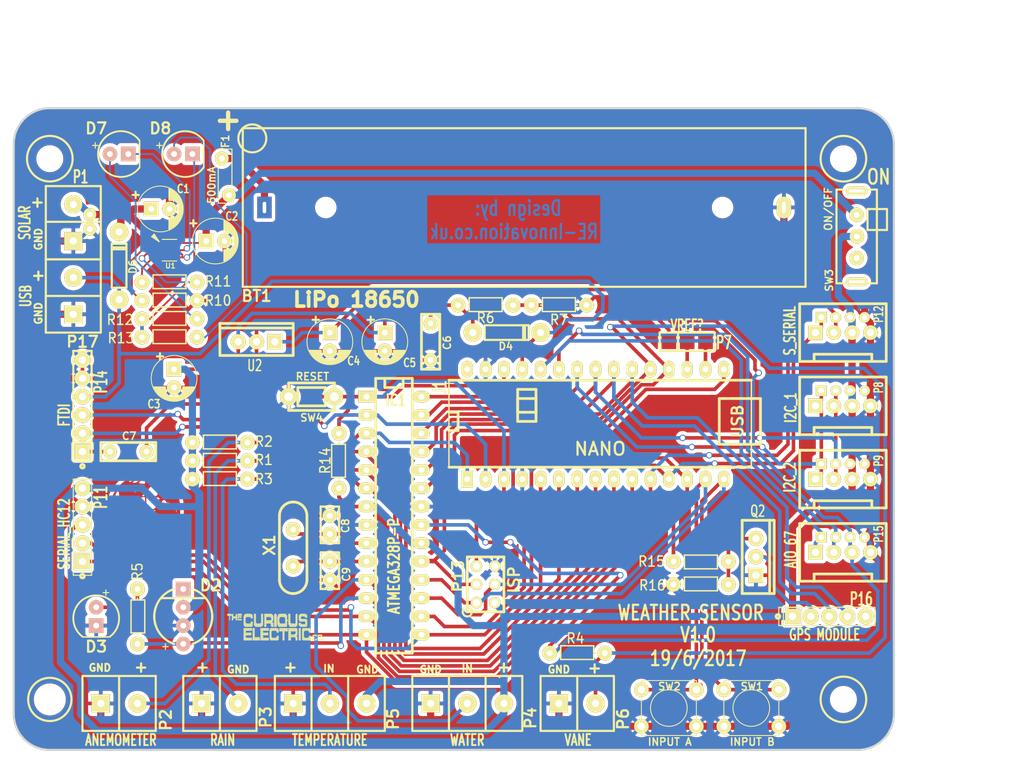
<source format=kicad_pcb>
(kicad_pcb (version 20221018) (generator pcbnew)
  (title_block (date "29 dec 2014"))
  (layers (0 "F.Cu" signal "Front") (31 "B.Cu" signal "Back") (34 "B.Paste" user) (35 "F.Paste" user) (36 "B.SilkS" user "B.Silkscreen") (37 "F.SilkS" user "F.Silkscreen") (38 "B.Mask" user) (39 "F.Mask" user) (44 "Edge.Cuts" user))
  (net 0 "")
  (net 1 "GND")
  (net 2 "/Vss")
  (net 3 "+3.3V")
  (net 4 "/VANE")
  (net 5 "/VBATT")
  (net 6 "/LED_WS2811")
  (net 7 "/SDA")
  (net 8 "/SCLK")
  (net 9 "/Tx")
  (net 10 "/Rx")
  (net 11 "/SW_A")
  (net 12 "/SW_B")
  (net 13 "/Tx_SOFT")
  (net 14 "/Rx_SOFT")
  (net 15 "/A6")
  (net 16 "/A7")
  (net 17 "/Solar Charging/LiPoOUT+")
  (net 18 "/Solar Charging/PVIN+")
  (net 19 "Net-(C2-Pad1)")
  (net 20 "/Solar Charging/3V3")
  (net 21 "RESET")
  (net 22 "Net-(C7-Pad2)")
  (net 23 "Net-(C8-Pad1)")
  (net 24 "Net-(C9-Pad1)")
  (net 25 "Net-(D3-Pad2)")
  (net 26 "/VUSB")
  (net 27 "Net-(D7-Pad2)")
  (net 28 "Net-(D7-Pad1)")
  (net 29 "Net-(D8-Pad2)")
  (net 30 "Net-(D8-Pad1)")
  (net 31 "/WIND_SPEED")
  (net 32 "/RAIN_FALL")
  (net 33 "/TEMPERATURE")
  (net 34 "/MOISTURE")
  (net 35 "/WIRELESS_CS")
  (net 36 "/GPS_CS")
  (net 37 "/Arduino Nano or IC/D13")
  (net 38 "/Arduino Nano or IC/3V3_NANO")
  (net 39 "Net-(Q2-Pad3)")
  (net 40 "Net-(R10-Pad1)")
  (net 41 "Net-(R11-Pad1)")
  (net 42 "Net-(R11-Pad2)")
  (net 43 "/Tx_SOFT2")
  (net 44 "/Rx_SOFT2")
  (net 45 "Net-(P16-Pad2)")
  (footprint "REInnovationFootprint:TH_LiIon_Holder" (layer "F.Cu") (at 86.995 45.72)
    (fp_text reference "BT1")
    (fp_text value "LiPo 18650")
  )
  (footprint "REInnovationFootprint:C_1V7_TH" (layer "F.Cu") (at 75.565 34.925)
    (fp_text reference "C1")
    (fp_text value "1uF" hide)
  )
  (footprint "REInnovationFootprint:C_1V7_TH" (layer "F.Cu") (at 83.185 39.37)
    (fp_text reference "C2")
    (fp_text value "1uF" hide)
  )
  (footprint "REInnovationFootprint:C_1V7_TH" (layer "F.Cu") (at 77.47 58.42 -90)
    (fp_text reference "C3")
    (fp_text value "10uF" hide)
  )
  (footprint "REInnovationFootprint:C_1V7_TH" (layer "F.Cu") (at 99.06 53.34 -90)
    (fp_text reference "C4")
    (fp_text value "10uF" hide)
  )
  (footprint "REInnovationFootprint:C_1V7_TH" (layer "F.Cu") (at 106.68 53.34 -90)
    (fp_text reference "C5")
    (fp_text value "100uF" hide)
  )
  (footprint "matts_components:C1_wide_lg_pad" (layer "F.Cu") (at 113.03 52.07 -90)
    (fp_text reference "C6")
    (fp_text value "100nF" hide)
  )
  (footprint "matts_components:C1_wide_lg_pad" (layer "F.Cu") (at 72.39 68.58 180)
    (fp_text reference "C7")
    (fp_text value "100nF" hide)
  )
  (footprint "matts_components:C1_lg_pad" (layer "F.Cu") (at 99.06 78.74 90)
    (fp_text reference "C8")
    (fp_text value "22pF" hide)
  )
  (footprint "matts_components:C1_lg_pad" (layer "F.Cu") (at 99.06 85.09 -90)
    (fp_text reference "C9")
    (fp_text value "22pF" hide)
  )
  (footprint "REInnovationFootprint:TH_WS2811_LED_8mm" (layer "F.Cu") (at 78.74 91.44 90)
    (fp_text reference "D2")
    (fp_text value "LED" hide)
  )
  (footprint "REInnovationFootprint:TH_LED-5MM_larg_pad" (layer "F.Cu") (at 66.675 91.44 -90)
    (fp_text reference "D3")
    (fp_text value "DATA" hide)
  )
  (footprint "REInnovationFootprint:TH_Diode_1" (layer "F.Cu") (at 123.19 52.07)
    (fp_text reference "D4")
    (fp_text value "D_Schottky" hide)
  )
  (footprint "REInnovationFootprint:TH_Diode_1" (layer "F.Cu") (at 69.85 43.18 90)
    (fp_text reference "D6")
    (fp_text value "D_Schottky" hide)
  )
  (footprint "REInnovationFootprint:TH_LED-5MM_larg_pad" (layer "F.Cu") (at 69.85 27.305)
    (fp_text reference "D7")
    (fp_text value "CHG" hide)
  )
  (footprint "REInnovationFootprint:TH_LED-5MM_larg_pad" (layer "F.Cu") (at 78.74 27.305)
    (fp_text reference "D8")
    (fp_text value "PG" hide)
  )
  (footprint "REInnovationFootprint:DIP-28__300_ELL" (layer "F.Cu") (at 107.95 77.47 -90)
    (fp_text reference "IC1")
    (fp_text value "ATMEGA328P-P")
  )
  (footprint "REInnovationFootprint:NANO_DIP_30_600" (layer "F.Cu") (at 142.24 64.77)
    (fp_text reference "J1")
    (fp_text value "NANO")
  )
  (footprint "CuriousElectric3:CEC_Globe_10mm_FCU" (layer "F.Cu") (at 73.533 76.581)
    (fp_text reference "LOGO1" hide)
    (fp_text value "CONN_1" hide)
  )
  (footprint "CuriousElectric3:TCEC_Words_13mm" (layer "F.Cu") (at 84.582 90.805)
    (fp_text reference "LOGO2" hide)
    (fp_text value "CONN_1" hide)
  )
  (footprint "REInnovationFootprint:SIL_2_screw_+_JST_2mm" (layer "F.Cu") (at 63.5 39.37 90)
    (fp_text reference "P1")
    (fp_text value "SOLAR")
  )
  (footprint "REInnovationFootprint:SIL-2_screw_terminal" (layer "F.Cu") (at 67.31 103.505)
    (fp_text reference "P2")
    (fp_text value "ANEMOMETER")
  )
  (footprint "REInnovationFootprint:SIL-2_screw_terminal" (layer "F.Cu") (at 81.28 103.505)
    (fp_text reference "P3")
    (fp_text value "RAIN")
  )
  (footprint "REInnovationFootprint:SIL-3_screw_terminal" (layer "F.Cu") (at 113.03 103.505)
    (fp_text reference "P4")
    (fp_text value "WATER")
  )
  (footprint "REInnovationFootprint:SIL-3_screw_terminal" (layer "F.Cu") (at 93.98 103.505)
    (fp_text reference "P5")
    (fp_text value "TEMPERATURE")
  )
  (footprint "REInnovationFootprint:SIL-2_screw_terminal" (layer "F.Cu") (at 130.81 103.505)
    (fp_text reference "P6")
    (fp_text value "VANE")
  )
  (footprint "REInnovationFootprint:SIL-3_solder_connect" (layer "F.Cu") (at 148.59 53.34)
    (fp_text reference "P7")
    (fp_text value "VREF?")
  )
  (footprint "matts_components:SIL-4_Grove_SIL" (layer "F.Cu") (at 170.18 62.23)
    (fp_text reference "P8")
    (fp_text value "I2C_1")
  )
  (footprint "matts_components:SIL-4_Grove_SIL" (layer "F.Cu") (at 170.18 72.39)
    (fp_text reference "P9")
    (fp_text value "I2C_2")
  )
  (footprint "matts_components:SIL-5_large_pads_marker" (layer "F.Cu") (at 64.77 77.47 90)
    (fp_text reference "P11")
    (fp_text value "SERIAL_HC12")
  )
  (footprint "matts_components:SIL-4_Grove_SIL" (layer "F.Cu") (at 170.18 52.07)
    (fp_text reference "P12")
    (fp_text value "S_SERIAL")
  )
  (footprint "matts_components:ISP_3x2" (layer "F.Cu") (at 120.65 86.36 90)
    (fp_text reference "P13")
    (fp_text value "ISP")
  )
  (footprint "matts_components:SIL-6_large_pads_marker" (layer "F.Cu") (at 64.77 62.23 90)
    (fp_text reference "P14")
    (fp_text value "FTDI")
  )
  (footprint "matts_components:SIL-4_Grove_SIL" (layer "F.Cu") (at 170.18 82.55)
    (fp_text reference "P15")
    (fp_text value "AIO_67")
  )
  (footprint "matts_components:SIL-5_large_pads_marker" (layer "F.Cu") (at 169.545 91.44)
    (fp_text reference "P16")
    (fp_text value "GPS MODULE")
  )
  (footprint "REInnovationFootprint:TO220_BD135" (layer "F.Cu") (at 158.115 83.185)
    (fp_text reference "Q2")
    (fp_text value "BD135" hide)
  )
  (footprint "REInnovationFootprint:TH_Resistor_1" (layer "F.Cu") (at 83.82 69.85)
    (fp_text reference "R1")
    (fp_text value "10k" hide)
  )
  (footprint "REInnovationFootprint:TH_Resistor_1" (layer "F.Cu") (at 83.82 67.31)
    (fp_text reference "R2")
    (fp_text value "10k" hide)
  )
  (footprint "REInnovationFootprint:TH_Resistor_1" (layer "F.Cu") (at 83.82 72.39)
    (fp_text reference "R3")
    (fp_text value "4k7" hide)
  )
  (footprint "REInnovationFootprint:TH_Resistor_1" (layer "F.Cu") (at 133.35 96.52)
    (fp_text reference "R4")
    (fp_text value "10k" hide)
  )
  (footprint "REInnovationFootprint:TH_Resistor_1" (layer "F.Cu") (at 72.39 91.44 -90)
    (fp_text reference "R5")
    (fp_text value "330" hide)
  )
  (footprint "REInnovationFootprint:TH_Resistor_1" (layer "F.Cu") (at 120.65 48.26)
    (fp_text reference "R6")
    (fp_text value "100k" hide)
  )
  (footprint "REInnovationFootprint:TH_Resistor_1" (layer "F.Cu") (at 130.81 48.26)
    (fp_text reference "R7")
    (fp_text value "100k" hide)
  )
  (footprint "REInnovationFootprint:TH_Resistor_1" (layer "F.Cu") (at 76.835 47.625)
    (fp_text reference "R10")
    (fp_text value "1k" hide)
  )
  (footprint "REInnovationFootprint:TH_Resistor_1" (layer "F.Cu") (at 76.835 45.085)
    (fp_text reference "R11")
    (fp_text value "100k" hide)
  )
  (footprint "REInnovationFootprint:TH_Resistor_1" (layer "F.Cu") (at 76.835 50.165)
    (fp_text reference "R12")
    (fp_text value "2.2k" hide)
  )
  (footprint "REInnovationFootprint:TH_Resistor_1" (layer "F.Cu") (at 76.835 52.705)
    (fp_text reference "R13")
    (fp_text value "2.2k" hide)
  )
  (footprint "REInnovationFootprint:TH_Resistor_1" (layer "F.Cu") (at 100.33 69.85 90)
    (fp_text reference "R14")
    (fp_text value "10k" hide)
  )
  (footprint "REInnovationFootprint:TH_Resistor_1" (layer "F.Cu") (at 150.495 83.82 180)
    (fp_text reference "R15")
    (fp_text value "1k" hide)
  )
  (footprint "REInnovationFootprint:TH_Resistor_1" (layer "F.Cu") (at 150.495 86.995)
    (fp_text reference "R16")
    (fp_text value "100k" hide)
  )
  (footprint "REInnovationFootprint:SW_PUSH_SMALL_lg_pad" (layer "F.Cu") (at 157.48 104.14)
    (fp_text reference "SW1")
    (fp_text value "INPUT B")
  )
  (footprint "REInnovationFootprint:SW_PUSH_SMALL_lg_pad" (layer "F.Cu") (at 146.05 104.14)
    (fp_text reference "SW2")
    (fp_text value "INPUT A")
  )
  (footprint "matts_components:SW_PUSH_single_pins" (layer "F.Cu") (at 96.52 60.96 180)
    (fp_text reference "SW4")
    (fp_text value "RESET")
  )
  (footprint "REInnovationFootprint:SM_WSON-10-2x3" (layer "F.Cu") (at 76.835 40.64)
    (fp_text reference "U1")
    (fp_text value "BQ24210" hide)
  )
  (footprint "REInnovationFootprint:TO220_MCP1826S" (layer "F.Cu") (at 88.9 53.34 90)
    (fp_text reference "U2")
    (fp_text value "MCP1826S" hide)
  )
  (footprint "matts_components:Xtal_small_matt" (layer "F.Cu") (at 93.98 81.915 90)
    (fp_text reference "X1")
    (fp_text value "16MHz" hide)
  )
  (footprint "REInnovationFootprint:TH_MC36188_FUSE" (layer "F.Cu") (at 85.09 33.02 90)
    (fp_text reference "F1")
    (fp_text value "500mA")
  )
  (footprint "REInnovationFootprint:SIL-2_screw_terminal" (layer "F.Cu") (at 63.5 49.53 90)
    (fp_text reference "P17")
    (fp_text value "USB")
  )
  (footprint "REInnovationFootprint:SW_SPDT_R_Angle_ALIEX" (layer "F.Cu") (at 172.085 38.735)
    (fp_text reference "SW3")
    (fp_text value "ON/OFF")
  )
  (footprint "REInnovationFootprint:PCB_85x120_4hole_EdgeCut" (layer "F.Cu") (at 55.245 107.95 90)
    (fp_text reference "PCB1" hide)
    (fp_text value "CONN_1" hide)
    (fp_line (start -2 117) (end -2 5) (stroke (width 0.3)) (layer "Edge.Cuts"))
    (fp_line (start 3 0) (end 82 0) (stroke (width 0.3)) (layer "Edge.Cuts"))
    (fp_line (start 82 122) (end 3 122) (stroke (width 0.3)) (layer "Edge.Cuts"))
    (fp_line (start 87 5) (end 87 117) (stroke (width 0.3)) (layer "Edge.Cuts"))
    (fp_arc (start -2 5) (mid -0.535534 1.464466) (end 3 0) (stroke (width 0.3)) (layer "Edge.Cuts"))
    (fp_arc (start 3 122) (mid -0.535534 120.535534) (end -2 117) (stroke (width 0.3)) (layer "Edge.Cuts"))
    (fp_arc (start 82 0) (mid 85.535534 1.464466) (end 87 5) (stroke (width 0.3)) (layer "Edge.Cuts"))
    (fp_arc (start 87 117) (mid 85.535534 120.535534) (end 82 122) (stroke (width 0.3)) (layer "Edge.Cuts"))
  )
  (gr_text "Design by: \nRE-Innovation.co.uk" (at 124.587 36.449) (layer "B.Cu") (effects (font (size 2.032 1.524) (thickness 0.3048)) (justify mirror)))
  (gr_text "ON" (at 175.133 30.48) (layer "F.SilkS") (effects (font (size 2.032 1.524) (thickness 0.3048))))
  (gr_text "WEATHER SENSOR" (at 149.098 90.932) (layer "F.SilkS") (effects (font (size 2.032 1.524) (thickness 0.3048))))
  (gr_text "V1.0\n19/6/2017" (at 150.114 95.631) (layer "F.SilkS") (effects (font (size 2.032 1.524) (thickness 0.3048))))
  (segment (start 173.99 60.929) (end 173.18 60.119) (width 0.5) (layer "F.Cu") (net 1))
  (segment (start 173.99 50.769) (end 173.18 49.959) (width 0.5) (layer "F.Cu") (net 1))
  (segment (start 173.99 71.089) (end 173.18 70.279) (width 0.5) (layer "F.Cu") (net 1))
  (segment (start 67.945 106.68) (end 81.28 106.68) (width 0.5) (layer "F.Cu") (net 1))
  (segment (start 131.191 106.68) (end 139.446 106.68) (width 0.5) (layer "F.Cu") (net 1))
  (segment (start 113.157 106.68) (end 130.81 106.68) (width 0.5) (layer "F.Cu") (net 1))
  (segment (start 100.33 78.74) (end 99.06 77.47) (width 0.5) (layer "F.Cu") (net 1))
  (segment (start 111.125 55.88) (end 109.855 54.61) (width 0.5) (layer "F.Cu") (net 1))
  (segment (start 109.855 54.61) (end 106.68 54.61) (width 0.5) (layer "F.Cu") (net 1))
  (segment (start 95.885 54.61) (end 94.615 55.88) (width 0.5) (layer "F.Cu") (net 1))
  (segment (start 94.615 55.88) (end 93.345 55.88) (width 0.5) (layer "F.Cu") (net 1))
  (segment (start 93.345 55.88) (end 88.9 55.88) (width 0.5) (layer "F.Cu") (net 1))
  (segment (start 67.31 106.68) (end 66.675 106.68) (width 0.5) (layer "F.Cu") (net 1))
  (segment (start 66.675 106.68) (end 67.945 106.68) (width 0.5) (layer "F.Cu") (net 1))
  (segment (start 86.36 106.68) (end 93.98 106.68) (width 0.5) (layer "F.Cu") (net 1))
  (segment (start 104.14 106.68) (end 113.157 106.68) (width 0.5) (layer "F.Cu") (net 1))
  (segment (start 92.837 86.36) (end 91.821 85.344) (width 0.5) (layer "F.Cu") (net 1))
  (segment (start 91.821 85.344) (end 91.821 78.232) (width 0.5) (layer "F.Cu") (net 1))
  (segment (start 91.821 78.232) (end 92.583 77.47) (width 0.5) (layer "F.Cu") (net 1))
  (segment (start 92.583 77.47) (end 99.06 77.47) (width 0.5) (layer "F.Cu") (net 1))
  (segment (start 65.913 106.68) (end 66.675 106.68) (width 0.5) (layer "F.Cu") (net 1))
  (segment (start 65.659 106.68) (end 64.77 105.791) (width 0.5) (layer "F.Cu") (net 1))
  (segment (start 64.77 105.791) (end 64.77 100.965) (width 0.5) (layer "F.Cu") (net 1))
  (segment (start 61.595 39.37) (end 60.96 40.005) (width 0.5) (layer "F.Cu") (net 1))
  (segment (start 60.96 40.005) (end 60.96 40.259) (width 0.5) (layer "F.Cu") (net 1))
  (segment (start 60.96 97.155) (end 64.77 100.965) (width 0.5) (layer "F.Cu") (net 1))
  (segment (start 60.96 92.71) (end 60.96 97.155) (width 0.5) (layer "F.Cu") (net 1))
  (segment (start 60.96 76.2) (end 60.96 92.71) (width 0.5) (layer "F.Cu") (net 1))
  (segment (start 60.96 58.42) (end 60.96 76.2) (width 0.5) (layer "F.Cu") (net 1))
  (segment (start 60.96 49.53) (end 60.96 48.895) (width 0.5) (layer "F.Cu") (net 1))
  (segment (start 60.96 48.895) (end 60.96 58.42) (width 0.5) (layer "F.Cu") (net 1))
  (segment (start 73.66 58.42) (end 74.93 59.69) (width 0.5) (layer "F.Cu") (net 1))
  (segment (start 74.93 59.69) (end 77.47 59.69) (width 0.5) (layer "F.Cu") (net 1))
  (segment (start 85.09 59.69) (end 88.9 55.88) (width 0.5) (layer "F.Cu") (net 1))
  (segment (start 146.304 86.995) (end 139.446 93.853) (width 0.5) (layer "F.Cu") (net 1))
  (segment (start 139.446 93.853) (end 139.446 106.68) (width 0.5) (layer "F.Cu") (net 1))
  (segment (start 139.446 106.68) (end 142.24 106.68) (width 0.5) (layer "F.Cu") (net 1))
  (segment (start 86.868 47.625) (end 88.9 49.657) (width 0.5) (layer "F.Cu") (net 1))
  (segment (start 88.9 49.657) (end 88.9 53.34) (width 0.5) (layer "F.Cu") (net 1))
  (segment (start 84.455 47.625) (end 86.868 47.625) (width 0.5) (layer "F.Cu") (net 1))
  (segment (start 76.835 33.401) (end 76.708 33.274) (width 0.5) (layer "F.Cu") (net 1))
  (segment (start 60.96 40.259) (end 60.96 48.895) (width 0.5) (layer "F.Cu") (net 1))
  (segment (start 60.96 33.401) (end 62.865 31.496) (width 0.5) (layer "F.Cu") (net 1))
  (segment (start 62.865 31.496) (end 74.93 31.496) (width 0.5) (layer "F.Cu") (net 1))
  (segment (start 74.93 31.496) (end 76.708 33.274) (width 0.5) (layer "F.Cu") (net 1))
  (segment (start 130.81 106.68) (end 131.191 106.68) (width 0.5) (layer "F.Cu") (net 1))
  (segment (start 113.03 106.553) (end 113.157 106.68) (width 0.5) (layer "F.Cu") (net 1))
  (segment (start 93.98 106.68) (end 104.14 106.68) (width 0.5) (layer "F.Cu") (net 1))
  (segment (start 81.28 106.68) (end 86.36 106.68) (width 0.5) (layer "F.Cu") (net 1))
  (segment (start 65.913 106.68) (end 64.643 105.41) (width 1) (layer "F.Cu") (net 1))
  (segment (start 64.643 105.41) (end 64.643 101.092) (width 1) (layer "F.Cu") (net 1))
  (segment (start 64.643 101.092) (end 60.706 97.155) (width 1) (layer "F.Cu") (net 1))
  (segment (start 60.706 97.155) (end 60.706 58.547) (width 1) (layer "F.Cu") (net 1))
  (segment (start 60.706 33.528) (end 62.865 31.369) (width 1) (layer "F.Cu") (net 1))
  (segment (start 62.865 31.369) (end 74.803 31.369) (width 1) (layer "F.Cu") (net 1))
  (segment (start 74.803 31.369) (end 76.835 33.401) (width 1) (layer "F.Cu") (net 1))
  (segment (start 76.835 33.401) (end 76.835 34.925) (width 1) (layer "F.Cu") (net 1))
  (segment (start 60.706 39.37) (end 60.579 39.37) (width 1) (layer "F.Cu") (net 1))
  (segment (start 60.579 39.37) (end 60.706 39.37) (width 1) (layer "F.Cu") (net 1))
  (segment (start 60.706 39.37) (end 60.706 33.528) (width 1) (layer "F.Cu") (net 1))
  (segment (start 61.087 49.53) (end 60.706 49.911) (width 1) (layer "F.Cu") (net 1))
  (segment (start 60.706 49.911) (end 60.706 39.37) (width 1) (layer "F.Cu") (net 1))
  (segment (start 60.706 58.42) (end 60.706 58.547) (width 1) (layer "F.Cu") (net 1))
  (segment (start 60.706 58.547) (end 60.706 49.911) (width 1) (layer "F.Cu") (net 1))
  (segment (start 60.706 76.2) (end 60.96 76.2) (width 1) (layer "F.Cu") (net 1))
  (segment (start 162.433 106.68) (end 176.022 93.091) (width 1) (layer "F.Cu") (net 1))
  (segment (start 176.022 93.091) (end 176.022 84.582) (width 1) (layer "F.Cu") (net 1))
  (segment (start 176.022 84.582) (end 173.99 82.55) (width 1) (layer "F.Cu") (net 1))
  (segment (start 161.995 40.583) (end 168.783 47.371) (width 1) (layer "F.Cu") (net 1))
  (segment (start 168.783 47.371) (end 172.593 47.371) (width 1) (layer "F.Cu") (net 1))
  (segment (start 172.593 47.371) (end 173.18 47.958) (width 1) (layer "F.Cu") (net 1))
  (segment (start 173.18 47.958) (end 173.18 49.959) (width 1) (layer "F.Cu") (net 1))
  (segment (start 173.99 50.769) (end 173.18 49.959) (width 1) (layer "F.Cu") (net 1))
  (segment (start 173.18 79.931) (end 173.99 79.121) (width 0.25) (layer "F.Cu") (net 1))
  (segment (start 173.99 79.121) (end 173.99 52.07) (width 1) (layer "F.Cu") (net 1))
  (segment (start 64.77 76.2) (end 60.706 76.2) (width 1) (layer "F.Cu") (net 1))
  (segment (start 142.24 106.68) (end 149.86 106.68) (width 0.5) (layer "F.Cu") (net 1))
  (segment (start 64.77 58.42) (end 60.706 58.42) (width 1) (layer "F.Cu") (net 1))
  (segment (start 173.99 82.55) (end 173.99 79.121) (width 1) (layer "F.Cu") (net 1))
  (segment (start 173.99 72.39) (end 173.99 71.089) (width 0.5) (layer "F.Cu") (net 1))
  (segment (start 153.67 106.68) (end 161.29 106.68) (width 0.5) (layer "F.Cu") (net 1))
  (segment (start 76.835 40.64) (end 76.835 34.925) (width 0.25) (layer "F.Cu") (net 1))
  (segment (start 173.99 72.39) (end 173.99 62.23) (width 0.5) (layer "F.Cu") (net 1))
  (segment (start 64.77 58.42) (end 60.96 58.42) (width 0.5) (layer "F.Cu") (net 1))
  (segment (start 66.675 92.71) (end 60.96 92.71) (width 0.5) (layer "F.Cu") (net 1))
  (segment (start 64.77 58.42) (end 73.66 58.42) (width 0.5) (layer "F.Cu") (net 1))
  (segment (start 80.645 47.625) (end 84.455 47.625) (width 0.5) (layer "F.Cu") (net 1))
  (segment (start 113.03 55.88) (end 111.125 55.88) (width 0.5) (layer "F.Cu") (net 1))
  (segment (start 99.06 54.61) (end 95.885 54.61) (width 0.5) (layer "F.Cu") (net 1))
  (segment (start 63.5 39.37) (end 60.706 39.37) (width 1) (layer "F.Cu") (net 1))
  (segment (start 173.99 62.23) (end 173.99 52.07) (width 0.5) (layer "F.Cu") (net 1))
  (segment (start 113.03 103.505) (end 113.03 106.553) (width 1) (layer "F.Cu") (net 1))
  (segment (start 76.835 34.925) (end 76.835 33.401) (width 0.5) (layer "F.Cu") (net 1))
  (segment (start 93.98 103.505) (end 93.98 106.68) (width 1) (layer "F.Cu") (net 1))
  (segment (start 173.99 52.07) (end 173.99 50.769) (width 1) (layer "F.Cu") (net 1))
  (segment (start 93.345 60.96) (end 93.345 55.88) (width 0.5) (layer "F.Cu") (net 1))
  (segment (start 63.5 49.53) (end 61.087 49.53) (width 1) (layer "F.Cu") (net 1))
  (segment (start 149.86 106.68) (end 153.67 106.68) (width 0.5) (layer "F.Cu") (net 1))
  (segment (start 63.5 49.53) (end 60.96 49.53) (width 0.5) (layer "F.Cu") (net 1))
  (segment (start 106.68 54.61) (end 99.06 54.61) (width 0.5) (layer "F.Cu") (net 1))
  (segment (start 161.29 106.68) (end 65.913 106.68) (width 1) (layer "F.Cu") (net 1))
  (segment (start 65.913 106.68) (end 65.659 106.68) (width 0.5) (layer "F.Cu") (net 1))
  (segment (start 60.96 40.259) (end 60.96 33.401) (width 0.5) (layer "F.Cu") (net 1))
  (segment (start 84.455 39.37) (end 84.455 47.625) (width 0.5) (layer "F.Cu") (net 1))
  (segment (start 104.14 78.74) (end 100.33 78.74) (width 0.5) (layer "F.Cu") (net 1))
  (segment (start 64.77 58.42) (end 64.77 55.88) (width 0.5) (layer "F.Cu") (net 1))
  (segment (start 99.06 86.36) (end 92.837 86.36) (width 0.5) (layer "F.Cu") (net 1))
  (segment (start 81.28 103.505) (end 81.28 106.68) (width 1) (layer "F.Cu") (net 1))
  (segment (start 173.99 62.23) (end 173.99 60.929) (width 0.5) (layer "F.Cu") (net 1))
  (segment (start 161.29 106.68) (end 162.433 106.68) (width 1) (layer "F.Cu") (net 1))
  (segment (start 63.5 39.37) (end 61.595 39.37) (width 0.5) (layer "F.Cu") (net 1))
  (segment (start 146.685 86.995) (end 146.304 86.995) (width 0.5) (layer "F.Cu") (net 1))
  (segment (start 88.9 53.34) (end 88.9 55.88) (width 0.5) (layer "F.Cu") (net 1))
  (segment (start 161.995 34.72) (end 161.995 40.583) (width 1) (layer "F.Cu") (net 1))
  (segment (start 130.81 103.505) (end 130.81 106.68) (width 1) (layer "F.Cu") (net 1))
  (segment (start 75.885 40.64) (end 76.835 40.64) (width 0.25) (layer "F.Cu") (net 1))
  (segment (start 77.47 59.69) (end 85.09 59.69) (width 0.5) (layer "F.Cu") (net 1))
  (segment (start 173.18 80.439) (end 173.18 79.931) (width 0.25) (layer "F.Cu") (net 1))
  (segment (start 67.31 103.505) (end 67.31 106.68) (width 1) (layer "F.Cu") (net 1))
  (segment (start 121.92 78.994) (end 125.73 75.184) (width 0.5) (layer "B.Cu") (net 1))
  (segment (start 125.73 75.184) (end 125.73 72.39) (width 0.5) (layer "B.Cu") (net 1))
  (segment (start 119.126 76.2) (end 121.92 78.994) (width 0.5) (layer "B.Cu") (net 1))
  (segment (start 125.73 66.421) (end 120.65 61.341) (width 0.5) (layer "B.Cu") (net 1))
  (segment (start 120.65 61.341) (end 120.65 57.15) (width 0.5) (layer "B.Cu") (net 1))
  (segment (start 132.588 48.26) (end 130.81 46.482) (width 0.5) (layer "B.Cu") (net 1))
  (segment (start 130.81 46.482) (end 123.571 46.482) (width 0.5) (layer "B.Cu") (net 1))
  (segment (start 123.571 46.482) (end 121.793 48.26) (width 0.5) (layer "B.Cu") (net 1))
  (segment (start 121.793 48.26) (end 121.793 54.737) (width 0.5) (layer "B.Cu") (net 1))
  (segment (start 121.793 56.007) (end 120.65 57.15) (width 0.5) (layer "B.Cu") (net 1))
  (segment (start 173.425 49.714) (end 173.18 49.959) (width 0.5) (layer "B.Cu") (net 1))
  (segment (start 114.046 55.88) (end 115.189 54.737) (width 0.5) (layer "B.Cu") (net 1))
  (segment (start 115.189 54.737) (end 121.793 54.737) (width 0.5) (layer "B.Cu") (net 1))
  (segment (start 121.793 54.737) (end 121.793 56.007) (width 0.5) (layer "B.Cu") (net 1))
  (segment (start 64.135 39.37) (end 65.786 37.719) (width 0.5) (layer "B.Cu") (net 1))
  (segment (start 98.425 77.47) (end 93.345 72.39) (width 0.5) (layer "B.Cu") (net 1))
  (segment (start 93.345 72.39) (end 93.345 60.96) (width 0.5) (layer "B.Cu") (net 1))
  (segment (start 173.99 81.249) (end 173.18 80.439) (width 0.5) (layer "B.Cu") (net 1))
  (segment (start 146.685 87.757) (end 147.955 89.027) (width 0.5) (layer "B.Cu") (net 1))
  (segment (start 147.955 89.027) (end 156.591 89.027) (width 0.5) (layer "B.Cu") (net 1))
  (segment (start 156.591 89.027) (end 158.115 87.503) (width 0.5) (layer "B.Cu") (net 1))
  (segment (start 158.115 87.503) (end 158.115 85.725) (width 0.5) (layer "B.Cu") (net 1))
  (segment (start 146.685 86.995) (end 146.685 87.757) (width 0.5) (layer "B.Cu") (net 1))
  (segment (start 78.74 92.71) (end 66.675 92.71) (width 0.5) (layer "B.Cu") (net 1))
  (segment (start 121.92 84.455) (end 121.92 78.994) (width 0.5) (layer "B.Cu") (net 1))
  (segment (start 149.86 106.68) (end 149.479 106.68) (width 0.5) (layer "B.Cu") (net 1))
  (segment (start 99.06 77.47) (end 98.425 77.47) (width 0.5) (layer "B.Cu") (net 1))
  (segment (start 111.76 76.2) (end 119.126 76.2) (width 0.5) (layer "B.Cu") (net 1))
  (segment (start 125.73 72.39) (end 125.73 66.421) (width 0.5) (layer "B.Cu") (net 1))
  (segment (start 63.5 39.37) (end 64.135 39.37) (width 0.5) (layer "B.Cu") (net 1))
  (segment (start 134.62 48.26) (end 132.588 48.26) (width 0.5) (layer "B.Cu") (net 1))
  (segment (start 113.03 55.88) (end 114.046 55.88) (width 0.5) (layer "B.Cu") (net 1))
  (segment (start 173.99 82.55) (end 173.99 81.249) (width 0.5) (layer "B.Cu") (net 1))
  (segment (start 171.18 51.8) (end 171.18 60.119) (width 0.5) (layer "F.Cu") (net 2))
  (segment (start 171.18 60.119) (end 171.45 60.389) (width 0.5) (layer "F.Cu") (net 2))
  (segment (start 100.33 74.93) (end 101.6 76.2) (width 0.5) (layer "F.Cu") (net 2))
  (segment (start 101.6 76.2) (end 104.14 76.2) (width 0.5) (layer "F.Cu") (net 2))
  (segment (start 118.872 50.292) (end 116.84 48.26) (width 0.5) (layer "F.Cu") (net 2))
  (segment (start 106.68 48.895) (end 107.315 48.26) (width 0.5) (layer "F.Cu") (net 2))
  (segment (start 107.315 48.26) (end 113.03 48.26) (width 0.5) (layer "F.Cu") (net 2))
  (segment (start 113.03 48.26) (end 116.84 48.26) (width 0.5) (layer "F.Cu") (net 2))
  (segment (start 85.09 57.15) (end 86.36 55.88) (width 0.5) (layer "F.Cu") (net 2))
  (segment (start 86.36 55.88) (end 86.36 53.34) (width 0.5) (layer "F.Cu") (net 2))
  (segment (start 171.45 70.549) (end 171.18 70.279) (width 1) (layer "F.Cu") (net 2))
  (segment (start 163.195 78.994) (end 167.513 74.676) (width 1) (layer "F.Cu") (net 2))
  (segment (start 167.513 74.676) (end 170.815 74.676) (width 1) (layer "F.Cu") (net 2))
  (segment (start 170.815 74.676) (end 171.45 74.041) (width 1) (layer "F.Cu") (net 2))
  (segment (start 171.45 74.041) (end 171.45 72.39) (width 1) (layer "F.Cu") (net 2))
  (segment (start 171.45 52.07) (end 171.45 62.23) (width 1) (layer "F.Cu") (net 2))
  (segment (start 106.68 52.07) (end 106.68 48.895) (width 0.5) (layer "F.Cu") (net 2))
  (segment (start 77.47 57.15) (end 85.09 57.15) (width 0.5) (layer "F.Cu") (net 2))
  (segment (start 78.74 90.17) (end 78.105 90.17) (width 0.5) (layer "F.Cu") (net 2))
  (segment (start 171.18 49.959) (end 171.18 51.8) (width 0.5) (layer "F.Cu") (net 2))
  (segment (start 163.195 91.44) (end 163.195 78.994) (width 1) (layer "F.Cu") (net 2))
  (segment (start 100.33 73.66) (end 100.33 74.93) (width 0.5) (layer "F.Cu") (net 2))
  (segment (start 171.45 72.39) (end 171.45 70.549) (width 1) (layer "F.Cu") (net 2))
  (segment (start 171.45 72.39) (end 171.45 62.23) (width 1) (layer "F.Cu") (net 2))
  (segment (start 118.872 52.07) (end 118.872 50.292) (width 0.5) (layer "F.Cu") (net 2))
  (segment (start 113.03 50.8) (end 113.03 48.26) (width 0.5) (layer "F.Cu") (net 2))
  (segment (start 123.19 90.805) (end 121.92 89.535) (width 0.5) (layer "B.Cu") (net 2))
  (segment (start 112.903 81.28) (end 116.84 85.217) (width 0.5) (layer "B.Cu") (net 2))
  (segment (start 116.84 85.217) (end 116.84 90.551) (width 0.5) (layer "B.Cu") (net 2))
  (segment (start 116.84 90.551) (end 119.126 92.837) (width 0.5) (layer "B.Cu") (net 2))
  (segment (start 119.126 92.837) (end 123.19 92.837) (width 0.5) (layer "B.Cu") (net 2))
  (segment (start 123.19 92.837) (end 123.19 91.694) (width 0.5) (layer "B.Cu") (net 2))
  (segment (start 171.18 48.625) (end 169.545 46.99) (width 0.5) (layer "B.Cu") (net 2))
  (segment (start 169.545 46.99) (end 169.545 39.37) (width 0.5) (layer "B.Cu") (net 2))
  (segment (start 169.545 39.37) (end 170.17238 38.74262) (width 0.5) (layer "B.Cu") (net 2))
  (segment (start 170.17238 38.74262) (end 172.1104 38.74262) (width 0.5) (layer "B.Cu") (net 2))
  (segment (start 80.01 57.785) (end 79.375 57.15) (width 0.5) (layer "B.Cu") (net 2))
  (segment (start 79.375 57.15) (end 77.47 57.15) (width 0.5) (layer "B.Cu") (net 2))
  (segment (start 79.375 90.17) (end 80.645 88.9) (width 0.5) (layer "B.Cu") (net 2))
  (segment (start 80.645 88.9) (end 80.645 75.565) (width 0.5) (layer "B.Cu") (net 2))
  (segment (start 80.645 73.025) (end 80.01 72.39) (width 0.5) (layer "B.Cu") (net 2))
  (segment (start 80.645 75.565) (end 80.645 73.025) (width 0.5) (layer "B.Cu") (net 2))
  (segment (start 105.41 76.2) (end 110.49 81.28) (width 0.5) (layer "B.Cu") (net 2))
  (segment (start 110.49 81.28) (end 111.76 81.28) (width 0.5) (layer "B.Cu") (net 2))
  (segment (start 123.444 91.44) (end 123.19 91.694) (width 0.5) (layer "B.Cu") (net 2))
  (segment (start 123.19 91.694) (end 123.19 90.805) (width 0.5) (layer "B.Cu") (net 2))
  (segment (start 86.36 51.308) (end 88.265 49.403) (width 0.5) (layer "B.Cu") (net 2))
  (segment (start 88.265 49.403) (end 101.981 49.403) (width 0.5) (layer "B.Cu") (net 2))
  (segment (start 101.981 49.403) (end 104.648 52.07) (width 0.5) (layer "B.Cu") (net 2))
  (segment (start 104.648 52.07) (end 106.68 52.07) (width 0.5) (layer "B.Cu") (net 2))
  (segment (start 104.14 101.981) (end 105.537 100.584) (width 0.5) (layer "B.Cu") (net 2))
  (segment (start 105.537 100.584) (end 123.19 100.584) (width 0.5) (layer "B.Cu") (net 2))
  (segment (start 123.19 100.584) (end 123.19 92.837) (width 0.5) (layer "B.Cu") (net 2))
  (segment (start 64.389 73.66) (end 61.849 76.2) (width 0.5) (layer "B.Cu") (net 2))
  (segment (start 61.849 76.2) (end 61.849 97.917) (width 0.5) (layer "B.Cu") (net 2))
  (segment (start 61.849 97.917) (end 64.77 100.838) (width 0.5) (layer "B.Cu") (net 2))
  (segment (start 64.77 100.838) (end 64.77 105.283) (width 0.5) (layer "B.Cu") (net 2))
  (segment (start 64.77 105.283) (end 66.929 107.442) (width 0.5) (layer "B.Cu") (net 2))
  (segment (start 66.929 107.442) (end 120.65 107.442) (width 0.5) (layer "B.Cu") (net 2))
  (segment (start 120.65 107.442) (end 123.19 104.902) (width 0.5) (layer "B.Cu") (net 2))
  (segment (start 123.19 104.902) (end 123.19 103.505) (width 0.5) (layer "B.Cu") (net 2))
  (segment (start 78.994 57.15) (end 80.01 58.166) (width 1) (layer "B.Cu") (net 2))
  (segment (start 80.01 58.166) (end 80.01 72.39) (width 1) (layer "B.Cu") (net 2))
  (segment (start 80.01 73.406) (end 81.026 74.422) (width 1) (layer "B.Cu") (net 2))
  (segment (start 81.026 74.422) (end 81.026 76.2) (width 1) (layer "B.Cu") (net 2))
  (segment (start 81.026 89.408) (end 80.264 90.17) (width 1) (layer "B.Cu") (net 2))
  (segment (start 80.264 90.17) (end 78.74 90.17) (width 1) (layer "B.Cu") (net 2))
  (segment (start 73.025 73.66) (end 75.565 76.2) (width 1) (layer "B.Cu") (net 2))
  (segment (start 75.565 76.2) (end 81.026 76.2) (width 1) (layer "B.Cu") (net 2))
  (segment (start 81.026 76.2) (end 81.026 89.408) (width 1) (layer "B.Cu") (net 2))
  (segment (start 63.881 73.66) (end 61.722 75.819) (width 1) (layer "B.Cu") (net 2))
  (segment (start 61.722 75.819) (end 61.722 97.79) (width 1) (layer "B.Cu") (net 2))
  (segment (start 61.722 97.79) (end 64.516 100.584) (width 1) (layer "B.Cu") (net 2))
  (segment (start 64.516 100.584) (end 64.516 105.029) (width 1) (layer "B.Cu") (net 2))
  (segment (start 64.516 105.029) (end 66.802 107.315) (width 1) (layer "B.Cu") (net 2))
  (segment (start 66.802 107.315) (end 120.777 107.315) (width 1) (layer "B.Cu") (net 2))
  (segment (start 120.777 107.315) (end 123.19 104.902) (width 1) (layer "B.Cu") (net 2))
  (segment (start 123.19 104.902) (end 123.19 103.505) (width 1) (layer "B.Cu") (net 2))
  (segment (start 123.19 90.805) (end 121.92 89.535) (width 1) (layer "B.Cu") (net 2))
  (segment (start 104.14 102.362) (end 106.045 100.457) (width 1) (layer "B.Cu") (net 2))
  (segment (start 106.045 100.457) (end 123.19 100.457) (width 1) (layer "B.Cu") (net 2))
  (segment (start 123.19 100.457) (end 123.19 92.71) (width 1) (layer "B.Cu") (net 2))
  (segment (start 105.41 76.2) (end 110.49 81.28) (width 1) (layer "B.Cu") (net 2))
  (segment (start 110.49 81.28) (end 111.76 81.28) (width 1) (layer "B.Cu") (net 2))
  (segment (start 112.903 81.28) (end 116.84 85.217) (width 1) (layer "B.Cu") (net 2))
  (segment (start 116.84 85.217) (end 116.84 90.551) (width 1) (layer "B.Cu") (net 2))
  (segment (start 116.84 90.551) (end 118.999 92.71) (width 1) (layer "B.Cu") (net 2))
  (segment (start 118.999 92.71) (end 123.19 92.71) (width 1) (layer "B.Cu") (net 2))
  (segment (start 123.19 92.71) (end 123.19 90.805) (width 1) (layer "B.Cu") (net 2))
  (segment (start 123.698 91.44) (end 123.444 91.44) (width 0.5) (layer "B.Cu") (net 2))
  (segment (start 171.45 60.389) (end 171.18 60.119) (width 1) (layer "B.Cu") (net 2))
  (segment (start 171.45 50.229) (end 171.18 49.959) (width 1) (layer "B.Cu") (net 2))
  (segment (start 171.18 49.959) (end 171.18 48.625) (width 1) (layer "B.Cu") (net 2))
  (segment (start 171.18 48.625) (end 169.545 46.99) (width 1) (layer "B.Cu") (net 2))
  (segment (start 169.545 46.99) (end 169.545 39.37) (width 1) (layer "B.Cu") (net 2))
  (segment (start 169.545 39.37) (end 170.17238 38.74262) (width 1) (layer "B.Cu") (net 2))
  (segment (start 170.17238 38.74262) (end 172.1104 38.74262) (width 1) (layer "B.Cu") (net 2))
  (segment (start 123.698 91.44) (end 163.195 91.44) (width 1) (layer "B.Cu") (net 2))
  (segment (start 104.14 103.505) (end 104.14 102.362) (width 1) (layer "B.Cu") (net 2))
  (segment (start 111.76 81.28) (end 112.903 81.28) (width 1) (layer "B.Cu") (net 2))
  (segment (start 80.01 69.85) (end 80.01 67.31) (width 0.5) (layer "B.Cu") (net 2))
  (segment (start 80.01 67.31) (end 80.01 57.785) (width 0.5) (layer "B.Cu") (net 2))
  (segment (start 64.77 73.66) (end 63.881 73.66) (width 1) (layer "B.Cu") (net 2))
  (segment (start 80.01 72.39) (end 80.01 69.85) (width 0.5) (layer "B.Cu") (net 2))
  (segment (start 80.01 72.39) (end 80.01 73.406) (width 1) (layer "B.Cu") (net 2))
  (segment (start 171.18 49.959) (end 171.18 48.625) (width 0.5) (layer "B.Cu") (net 2))
  (segment (start 64.77 73.66) (end 73.025 73.66) (width 1) (layer "B.Cu") (net 2))
  (segment (start 123.19 103.505) (end 123.19 100.457) (width 1) (layer "B.Cu") (net 2))
  (segment (start 171.45 52.07) (end 171.45 50.229) (width 1) (layer "B.Cu") (net 2))
  (segment (start 104.14 76.2) (end 105.41 76.2) (width 1) (layer "B.Cu") (net 2))
  (segment (start 64.77 73.66) (end 64.389 73.66) (width 0.5) (layer "B.Cu") (net 2))
  (segment (start 78.74 90.17) (end 79.375 90.17) (width 0.5) (layer "B.Cu") (net 2))
  (segment (start 123.19 103.505) (end 123.19 100.584) (width 0.5) (layer "B.Cu") (net 2))
  (segment (start 86.36 53.34) (end 86.36 51.308) (width 0.5) (layer "B.Cu") (net 2))
  (segment (start 171.45 62.23) (end 171.45 60.389) (width 1) (layer "B.Cu") (net 2))
  (segment (start 77.47 57.15) (end 78.994 57.15) (width 1) (layer "B.Cu") (net 2))
  (segment (start 104.14 103.505) (end 104.14 101.981) (width 0.5) (layer "B.Cu") (net 2))
  (segment (start 120.65 81.153) (end 124.079 81.153) (width 0.5) (layer "F.Cu") (net 3))
  (segment (start 139.319 85.725) (end 129.54 95.504) (width 0.5) (layer "F.Cu") (net 3))
  (segment (start 129.54 95.504) (end 129.54 96.52) (width 0.5) (layer "F.Cu") (net 3))
  (segment (start 158.496 57.658) (end 157.988 57.15) (width 0.5) (layer "F.Cu") (net 3))
  (segment (start 157.988 57.15) (end 157.988 55.88) (width 0.5) (layer "F.Cu") (net 3))
  (segment (start 157.988 55.88) (end 152.527 50.419) (width 0.5) (layer "F.Cu") (net 3))
  (segment (start 152.527 50.419) (end 148.59 50.419) (width 0.5) (layer "F.Cu") (net 3))
  (segment (start 148.59 50.419) (end 148.59 53.34) (width 0.5) (layer "F.Cu") (net 3))
  (segment (start 148.59 57.15) (end 148.59 53.34) (width 0.5) (layer "F.Cu") (net 3))
  (via (at 158.496 57.658) (size 0.889) (drill 0.635) (layers "F.Cu" "B.Cu") (net 3))
  (via (at 120.65 81.153) (size 0.889) (drill 0.635) (layers "F.Cu" "B.Cu") (net 3))
  (via (at 124.079 81.153) (size 0.889) (drill 0.635) (layers "F.Cu" "B.Cu") (net 3))
  (via (at 139.319 85.725) (size 0.889) (drill 0.635) (layers "F.Cu" "B.Cu") (net 3))
  (segment (start 118.237 78.74) (end 120.65 81.153) (width 0.5) (layer "B.Cu") (net 3))
  (segment (start 124.079 81.153) (end 128.397 85.471) (width 0.5) (layer "B.Cu") (net 3))
  (segment (start 128.397 85.471) (end 136.271 85.471) (width 0.5) (layer "B.Cu") (net 3))
  (segment (start 136.271 85.471) (end 136.906 85.471) (width 0.5) (layer "B.Cu") (net 3))
  (segment (start 139.065 85.471) (end 139.319 85.725) (width 0.5) (layer "B.Cu") (net 3))
  (segment (start 171.18 82.28) (end 171.45 82.55) (width 0.5) (layer "B.Cu") (net 3))
  (segment (start 130.175 96.52) (end 131.953 94.742) (width 0.5) (layer "B.Cu") (net 3))
  (segment (start 131.953 94.742) (end 173.482 94.742) (width 0.5) (layer "B.Cu") (net 3))
  (segment (start 173.482 94.742) (end 175.006 93.218) (width 0.5) (layer "B.Cu") (net 3))
  (segment (start 175.006 93.218) (end 175.006 87.884) (width 0.5) (layer "B.Cu") (net 3))
  (segment (start 175.006 87.884) (end 171.45 84.328) (width 0.5) (layer "B.Cu") (net 3))
  (segment (start 171.45 84.328) (end 171.45 82.55) (width 0.5) (layer "B.Cu") (net 3))
  (segment (start 171.18 79.486) (end 169.418 77.724) (width 0.5) (layer "B.Cu") (net 3))
  (segment (start 169.418 77.724) (end 167.513 77.724) (width 0.5) (layer "B.Cu") (net 3))
  (segment (start 167.513 77.724) (end 157.734 67.945) (width 0.5) (layer "B.Cu") (net 3))
  (segment (start 157.734 67.945) (end 157.734 58.42) (width 0.5) (layer "B.Cu") (net 3))
  (segment (start 157.734 58.42) (end 158.496 57.658) (width 0.5) (layer "B.Cu") (net 3))
  (segment (start 129.54 96.52) (end 129.54 97.028) (width 0.5) (layer "B.Cu") (net 3))
  (segment (start 111.76 78.74) (end 118.237 78.74) (width 0.5) (layer "B.Cu") (net 3))
  (segment (start 171.18 80.439) (end 171.18 82.28) (width 0.5) (layer "B.Cu") (net 3))
  (segment (start 171.18 80.439) (end 171.18 79.486) (width 0.5) (layer "B.Cu") (net 3))
  (segment (start 136.271 85.471) (end 139.065 85.471) (width 0.5) (layer "B.Cu") (net 3))
  (segment (start 129.54 96.52) (end 130.175 96.52) (width 0.5) (layer "B.Cu") (net 3))
  (segment (start 112.395 71.12) (end 114.554 68.961) (width 0.5) (layer "F.Cu") (net 4))
  (segment (start 114.554 68.961) (end 114.554 65.532) (width 0.5) (layer "F.Cu") (net 4))
  (segment (start 114.554 65.532) (end 115.951 64.135) (width 0.5) (layer "F.Cu") (net 4))
  (segment (start 115.951 64.135) (end 136.525 64.135) (width 0.5) (layer "F.Cu") (net 4))
  (segment (start 136.525 64.135) (end 143.51 57.15) (width 0.5) (layer "F.Cu") (net 4))
  (segment (start 143.51 56.642) (end 138.176 51.308) (width 0.5) (layer "F.Cu") (net 4))
  (segment (start 138.176 51.308) (end 137.922 51.308) (width 0.5) (layer "F.Cu") (net 4))
  (segment (start 135.89 97.79) (end 137.16 96.52) (width 0.5) (layer "F.Cu") (net 4))
  (segment (start 111.76 71.12) (end 112.395 71.12) (width 0.5) (layer "F.Cu") (net 4))
  (segment (start 135.89 103.505) (end 135.89 97.79) (width 0.5) (layer "F.Cu") (net 4))
  (segment (start 143.51 57.15) (end 143.51 56.642) (width 0.5) (layer "F.Cu") (net 4))
  (via (at 137.922 51.308) (size 0.889) (drill 0.635) (layers "F.Cu" "B.Cu") (net 4))
  (segment (start 137.922 51.308) (end 138.049 51.181) (width 0.5) (layer "B.Cu") (net 4))
  (segment (start 138.049 51.181) (end 154.178 51.181) (width 0.5) (layer "B.Cu") (net 4))
  (segment (start 154.178 51.181) (end 160.02 57.023) (width 0.5) (layer "B.Cu") (net 4))
  (segment (start 160.02 57.023) (end 173.101 57.023) (width 0.5) (layer "B.Cu") (net 4))
  (segment (start 173.101 57.023) (end 176.022 59.944) (width 0.5) (layer "B.Cu") (net 4))
  (segment (start 176.022 59.944) (end 176.022 94.361) (width 0.5) (layer "B.Cu") (net 4))
  (segment (start 176.022 94.361) (end 173.863 96.52) (width 0.5) (layer "B.Cu") (net 4))
  (segment (start 173.863 96.52) (end 137.16 96.52) (width 0.5) (layer "B.Cu") (net 4))
  (segment (start 112.395 73.66) (end 115.443 70.612) (width 0.5) (layer "F.Cu") (net 5))
  (segment (start 115.443 70.612) (end 115.443 65.913) (width 0.5) (layer "F.Cu") (net 5))
  (segment (start 115.443 65.913) (end 116.593998 64.762002) (width 0.5) (layer "F.Cu") (net 5))
  (segment (start 116.593998 64.762002) (end 136.786998 64.762002) (width 0.5) (layer "F.Cu") (net 5))
  (segment (start 136.786998 64.762002) (end 142.24 59.309) (width 0.5) (layer "F.Cu") (net 5))
  (segment (start 142.24 59.309) (end 143.891 59.309) (width 0.5) (layer "F.Cu") (net 5))
  (segment (start 143.891 59.309) (end 146.05 57.15) (width 0.5) (layer "F.Cu") (net 5))
  (segment (start 130.81 48.26) (end 132.715 50.165) (width 0.5) (layer "F.Cu") (net 5))
  (segment (start 132.715 50.165) (end 139.065 50.165) (width 0.5) (layer "F.Cu") (net 5))
  (segment (start 139.065 50.165) (end 146.05 57.15) (width 0.5) (layer "F.Cu") (net 5))
  (segment (start 124.46 48.26) (end 127 48.26) (width 0.5) (layer "F.Cu") (net 5))
  (segment (start 111.76 73.66) (end 112.395 73.66) (width 0.5) (layer "F.Cu") (net 5))
  (segment (start 127 48.26) (end 130.81 48.26) (width 0.5) (layer "F.Cu") (net 5))
  (segment (start 104.648 88.9) (end 106.553 90.805) (width 0.5) (layer "F.Cu") (net 6))
  (segment (start 106.553 90.805) (end 106.553 96.901) (width 0.5) (layer "F.Cu") (net 6))
  (segment (start 106.553 96.901) (end 108.712 99.06) (width 0.5) (layer "F.Cu") (net 6))
  (segment (start 108.712 99.06) (end 121.793 99.06) (width 0.5) (layer "F.Cu") (net 6))
  (segment (start 121.793 99.06) (end 138.43 82.423) (width 0.5) (layer "F.Cu") (net 6))
  (segment (start 138.43 82.423) (end 138.43 72.39) (width 0.5) (layer "F.Cu") (net 6))
  (segment (start 100.584 95.504) (end 100.203 95.123) (width 0.5) (layer "F.Cu") (net 6))
  (segment (start 100.203 95.123) (end 78.867 95.123) (width 0.5) (layer "F.Cu") (net 6))
  (segment (start 78.867 95.123) (end 78.74 95.25) (width 0.5) (layer "F.Cu") (net 6))
  (segment (start 104.14 88.9) (end 104.648 88.9) (width 0.5) (layer "F.Cu") (net 6))
  (via (at 100.584 95.504) (size 0.889) (drill 0.635) (layers "F.Cu" "B.Cu") (net 6))
  (segment (start 101.473 88.9) (end 100.584 89.789) (width 0.5) (layer "B.Cu") (net 6))
  (segment (start 100.584 89.789) (end 100.584 95.504) (width 0.5) (layer "B.Cu") (net 6))
  (segment (start 104.14 88.9) (end 101.473 88.9) (width 0.5) (layer "B.Cu") (net 6))
  (segment (start 78.74 95.25) (end 72.39 95.25) (width 0.5) (layer "B.Cu") (net 6))
  (segment (start 112.776 63.5) (end 114.554 61.722) (width 0.5) (layer "F.Cu") (net 7))
  (segment (start 114.554 61.722) (end 133.604 61.722) (width 0.5) (layer "F.Cu") (net 7))
  (segment (start 133.604 61.722) (end 135.89 59.436) (width 0.5) (layer "F.Cu") (net 7))
  (segment (start 135.89 59.436) (end 135.89 57.15) (width 0.5) (layer "F.Cu") (net 7))
  (segment (start 169.18 61.96) (end 168.91 62.23) (width 0.5) (layer "F.Cu") (net 7))
  (segment (start 169.18 72.12) (end 168.91 72.39) (width 0.5) (layer "F.Cu") (net 7))
  (segment (start 169.18 62.5) (end 168.91 62.23) (width 0.5) (layer "F.Cu") (net 7))
  (segment (start 147.955 66.675) (end 157.353 66.675) (width 0.5) (layer "F.Cu") (net 7))
  (segment (start 169.18 70.279) (end 169.18 72.12) (width 0.5) (layer "F.Cu") (net 7))
  (segment (start 111.76 63.5) (end 112.776 63.5) (width 0.5) (layer "F.Cu") (net 7))
  (segment (start 169.18 70.279) (end 169.18 62.5) (width 0.5) (layer "F.Cu") (net 7))
  (segment (start 169.18 60.119) (end 169.18 61.96) (width 0.5) (layer "F.Cu") (net 7))
  (segment (start 157.353 66.675) (end 158.623 66.675) (width 0.5) (layer "F.Cu") (net 7))
  (via (at 158.623 66.675) (size 0.889) (drill 0.635) (layers "F.Cu" "B.Cu") (net 7))
  (via (at 147.955 66.675) (size 0.889) (drill 0.635) (layers "F.Cu" "B.Cu") (net 7))
  (segment (start 135.89 60.325) (end 142.24 66.675) (width 0.5) (layer "B.Cu") (net 7))
  (segment (start 142.24 66.675) (end 147.955 66.675) (width 0.5) (layer "B.Cu") (net 7))
  (segment (start 158.623 66.675) (end 165.354 66.675) (width 0.5) (layer "B.Cu") (net 7))
  (segment (start 165.354 66.675) (end 168.656 66.675) (width 0.5) (layer "B.Cu") (net 7))
  (segment (start 168.656 66.675) (end 169.18 67.199) (width 0.5) (layer "B.Cu") (net 7))
  (segment (start 169.18 67.199) (end 169.18 70.279) (width 0.5) (layer "B.Cu") (net 7))
  (segment (start 135.89 57.15) (end 135.89 60.325) (width 0.5) (layer "B.Cu") (net 7))
  (segment (start 132.08 60.96) (end 133.35 59.69) (width 0.5) (layer "F.Cu") (net 8))
  (segment (start 133.35 59.69) (end 133.35 57.15) (width 0.5) (layer "F.Cu") (net 8))
  (segment (start 167.18 61.42) (end 166.37 62.23) (width 0.5) (layer "F.Cu") (net 8))
  (segment (start 167.18 71.58) (end 166.37 72.39) (width 0.5) (layer "F.Cu") (net 8))
  (segment (start 167.18 63.04) (end 166.37 62.23) (width 0.5) (layer "F.Cu") (net 8))
  (segment (start 149.225 67.945) (end 158.496 67.945) (width 0.5) (layer "F.Cu") (net 8))
  (segment (start 167.18 67.945) (end 167.18 63.04) (width 0.5) (layer "F.Cu") (net 8))
  (segment (start 167.18 70.279) (end 167.18 71.58) (width 0.5) (layer "F.Cu") (net 8))
  (segment (start 167.18 70.279) (end 167.18 67.945) (width 0.5) (layer "F.Cu") (net 8))
  (segment (start 158.496 67.945) (end 159.004 67.945) (width 0.5) (layer "F.Cu") (net 8))
  (segment (start 167.18 60.119) (end 167.18 61.42) (width 0.5) (layer "F.Cu") (net 8))
  (segment (start 111.76 60.96) (end 132.08 60.96) (width 0.5) (layer "F.Cu") (net 8))
  (via (at 149.225 67.945) (size 0.889) (drill 0.635) (layers "F.Cu" "B.Cu") (net 8))
  (via (at 159.004 67.945) (size 0.889) (drill 0.635) (layers "F.Cu" "B.Cu") (net 8))
  (segment (start 133.35 59.69) (end 141.605 67.945) (width 0.5) (layer "B.Cu") (net 8))
  (segment (start 141.605 67.945) (end 149.225 67.945) (width 0.5) (layer "B.Cu") (net 8))
  (segment (start 159.004 67.945) (end 161.338 70.279) (width 0.5) (layer "B.Cu") (net 8))
  (segment (start 161.338 70.279) (end 167.18 70.279) (width 0.5) (layer "B.Cu") (net 8))
  (segment (start 133.35 57.15) (end 133.35 59.69) (width 0.5) (layer "B.Cu") (net 8))
  (segment (start 78.613 65.151) (end 91.948 65.151) (width 0.5) (layer "F.Cu") (net 9))
  (segment (start 99.06 67.818) (end 101.473 67.818) (width 0.5) (layer "F.Cu") (net 9))
  (segment (start 101.473 67.818) (end 103.251 66.04) (width 0.5) (layer "F.Cu") (net 9))
  (segment (start 103.251 66.04) (end 104.14 66.04) (width 0.5) (layer "F.Cu") (net 9))
  (segment (start 96.393 65.151) (end 99.06 67.818) (width 0.5) (layer "F.Cu") (net 9))
  (segment (start 91.948 65.151) (end 96.393 65.151) (width 0.5) (layer "F.Cu") (net 9))
  (via (at 78.613 65.151) (size 0.889) (drill 0.635) (layers "F.Cu" "B.Cu") (net 9))
  (segment (start 106.045 66.04) (end 107.315 67.31) (width 0.5) (layer "B.Cu") (net 9))
  (segment (start 107.315 67.31) (end 116.332 67.31) (width 0.5) (layer "B.Cu") (net 9))
  (segment (start 116.332 67.31) (end 118.11 69.088) (width 0.5) (layer "B.Cu") (net 9))
  (segment (start 118.11 69.088) (end 118.11 72.39) (width 0.5) (layer "B.Cu") (net 9))
  (segment (start 77.724 66.04) (end 78.613 65.151) (width 0.5) (layer "B.Cu") (net 9))
  (segment (start 104.14 66.04) (end 106.045 66.04) (width 0.5) (layer "B.Cu") (net 9))
  (segment (start 64.77 66.04) (end 77.724 66.04) (width 0.5) (layer "B.Cu") (net 9))
  (segment (start 98.298 65.024) (end 97.409 64.135) (width 0.5) (layer "F.Cu") (net 10))
  (segment (start 97.409 64.135) (end 81.661 64.135) (width 0.5) (layer "F.Cu") (net 10))
  (segment (start 81.661 64.135) (end 81.026 64.135) (width 0.5) (layer "F.Cu") (net 10))
  (segment (start 78.74 64.135) (end 77.978 63.373) (width 0.5) (layer "F.Cu") (net 10))
  (segment (start 81.661 64.135) (end 78.74 64.135) (width 0.5) (layer "F.Cu") (net 10))
  (via (at 98.298 65.024) (size 0.889) (drill 0.635) (layers "F.Cu" "B.Cu") (net 10))
  (via (at 77.978 63.373) (size 0.889) (drill 0.635) (layers "F.Cu" "B.Cu") (net 10))
  (segment (start 105.664 63.5) (end 106.934 64.77) (width 0.5) (layer "B.Cu") (net 10))
  (segment (start 106.934 64.77) (end 117.856 64.77) (width 0.5) (layer "B.Cu") (net 10))
  (segment (start 117.856 64.77) (end 120.65 67.564) (width 0.5) (layer "B.Cu") (net 10))
  (segment (start 120.65 67.564) (end 120.65 72.39) (width 0.5) (layer "B.Cu") (net 10))
  (segment (start 99.822 63.5) (end 98.298 65.024) (width 0.5) (layer "B.Cu") (net 10))
  (segment (start 77.978 63.373) (end 77.851 63.5) (width 0.5) (layer "B.Cu") (net 10))
  (segment (start 77.851 63.5) (end 64.77 63.5) (width 0.5) (layer "B.Cu") (net 10))
  (segment (start 104.14 63.5) (end 99.822 63.5) (width 0.5) (layer "B.Cu") (net 10))
  (segment (start 104.14 63.5) (end 105.664 63.5) (width 0.5) (layer "B.Cu") (net 10))
  (segment (start 114.554 88.9) (end 116.84 91.186) (width 0.5) (layer "F.Cu") (net 11))
  (segment (start 116.84 91.186) (end 119.888 91.186) (width 0.5) (layer "F.Cu") (net 11))
  (segment (start 119.888 91.186) (end 120.65 90.424) (width 0.5) (layer "F.Cu") (net 11))
  (segment (start 120.65 90.424) (end 120.65 88.265) (width 0.5) (layer "F.Cu") (net 11))
  (segment (start 120.65 88.265) (end 121.92 86.995) (width 0.5) (layer "F.Cu") (net 11))
  (segment (start 150.495 100.965) (end 149.86 101.6) (width 0.5) (layer "F.Cu") (net 11))
  (segment (start 149.86 73.66) (end 151.13 72.39) (width 0.5) (layer "F.Cu") (net 11))
  (segment (start 149.86 101.6) (end 149.86 73.66) (width 0.5) (layer "F.Cu") (net 11))
  (segment (start 149.86 101.6) (end 142.24 101.6) (width 0.5) (layer "F.Cu") (net 11))
  (segment (start 111.76 88.9) (end 114.554 88.9) (width 0.5) (layer "F.Cu") (net 11))
  (segment (start 139.573 86.995) (end 151.13 75.438) (width 0.5) (layer "B.Cu") (net 11))
  (segment (start 151.13 75.438) (end 151.13 72.39) (width 0.5) (layer "B.Cu") (net 11))
  (segment (start 124.333 86.995) (end 139.573 86.995) (width 0.5) (layer "B.Cu") (net 11))
  (segment (start 121.92 86.995) (end 124.333 86.995) (width 0.5) (layer "B.Cu") (net 11))
  (segment (start 114.554 86.36) (end 117.729 89.535) (width 0.5) (layer "F.Cu") (net 12))
  (segment (start 117.729 89.535) (end 119.38 89.535) (width 0.5) (layer "F.Cu") (net 12))
  (segment (start 153.67 101.473) (end 150.622 98.425) (width 0.5) (layer "F.Cu") (net 12))
  (segment (start 150.622 98.425) (end 150.622 75.438) (width 0.5) (layer "F.Cu") (net 12))
  (segment (start 150.622 75.438) (end 153.67 72.39) (width 0.5) (layer "F.Cu") (net 12))
  (segment (start 161.29 101.6) (end 153.67 101.6) (width 0.5) (layer "F.Cu") (net 12))
  (segment (start 111.76 86.36) (end 114.554 86.36) (width 0.5) (layer "F.Cu") (net 12))
  (segment (start 153.67 101.6) (end 153.67 101.473) (width 0.5) (layer "F.Cu") (net 12))
  (segment (start 119.38 90.043) (end 121.158 88.265) (width 0.5) (layer "B.Cu") (net 12))
  (segment (start 121.158 88.265) (end 125.095 88.265) (width 0.5) (layer "B.Cu") (net 12))
  (segment (start 139.446 88.265) (end 153.67 74.041) (width 0.5) (layer "B.Cu") (net 12))
  (segment (start 153.67 74.041) (end 153.67 72.39) (width 0.5) (layer "B.Cu") (net 12))
  (segment (start 136.271 88.265) (end 139.446 88.265) (width 0.5) (layer "B.Cu") (net 12))
  (segment (start 125.095 88.265) (end 136.271 88.265) (width 0.5) (layer "B.Cu") (net 12))
  (segment (start 119.38 89.535) (end 119.38 90.043) (width 0.5) (layer "B.Cu") (net 12))
  (segment (start 104.14 96.393) (end 108.331 100.584) (width 0.5) (layer "F.Cu") (net 13))
  (segment (start 108.331 100.584) (end 122.682 100.584) (width 0.5) (layer "F.Cu") (net 13))
  (segment (start 122.682 100.584) (end 143.51 79.756) (width 0.5) (layer "F.Cu") (net 13))
  (segment (start 143.51 79.756) (end 143.51 72.39) (width 0.5) (layer "F.Cu") (net 13))
  (segment (start 89.916 93.98) (end 80.899 84.963) (width 0.5) (layer "F.Cu") (net 13))
  (segment (start 80.899 84.963) (end 67.818 84.963) (width 0.5) (layer "F.Cu") (net 13))
  (segment (start 67.818 84.963) (end 66.04 86.741) (width 0.5) (layer "F.Cu") (net 13))
  (segment (start 66.04 86.741) (end 64.262 86.741) (width 0.5) (layer "F.Cu") (net 13))
  (segment (start 64.262 86.741) (end 62.992 85.471) (width 0.5) (layer "F.Cu") (net 13))
  (segment (start 62.992 85.471) (end 62.992 79.756) (width 0.5) (layer "F.Cu") (net 13))
  (segment (start 62.992 79.756) (end 64.008 78.74) (width 0.5) (layer "F.Cu") (net 13))
  (segment (start 64.008 78.74) (end 64.77 78.74) (width 0.5) (layer "F.Cu") (net 13))
  (segment (start 169.18 51.8) (end 168.91 52.07) (width 0.5) (layer "F.Cu") (net 13))
  (segment (start 151.638 69.088) (end 161.036 69.088) (width 0.5) (layer "F.Cu") (net 13))
  (segment (start 161.036 69.088) (end 162.56 67.564) (width 0.5) (layer "F.Cu") (net 13))
  (segment (start 162.56 67.564) (end 162.56 51.689) (width 0.5) (layer "F.Cu") (net 13))
  (segment (start 162.56 51.689) (end 165.989 48.26) (width 0.5) (layer "F.Cu") (net 13))
  (segment (start 165.989 48.26) (end 167.894 48.26) (width 0.5) (layer "F.Cu") (net 13))
  (segment (start 167.894 48.26) (end 169.18 49.546) (width 0.5) (layer "F.Cu") (net 13))
  (segment (start 169.18 49.546) (end 169.18 49.959) (width 0.5) (layer "F.Cu") (net 13))
  (segment (start 169.18 49.959) (end 169.18 51.8) (width 0.5) (layer "F.Cu") (net 13))
  (segment (start 104.14 93.98) (end 104.14 96.393) (width 0.5) (layer "F.Cu") (net 13))
  (segment (start 104.14 93.98) (end 89.916 93.98) (width 0.5) (layer "F.Cu") (net 13))
  (via (at 151.638 69.088) (size 0.889) (drill 0.635) (layers "F.Cu" "B.Cu") (net 13))
  (segment (start 143.51 71.501) (end 145.923 69.088) (width 0.5) (layer "B.Cu") (net 13))
  (segment (start 145.923 69.088) (end 151.638 69.088) (width 0.5) (layer "B.Cu") (net 13))
  (segment (start 143.51 72.39) (end 143.51 71.501) (width 0.5) (layer "B.Cu") (net 13))
  (segment (start 120.523 93.98) (end 127 87.503) (width 0.5) (layer "F.Cu") (net 14))
  (segment (start 127 87.503) (end 127 71.247) (width 0.5) (layer "F.Cu") (net 14))
  (segment (start 127 71.247) (end 127.762 70.485) (width 0.5) (layer "F.Cu") (net 14))
  (segment (start 127.762 70.485) (end 144.145 70.485) (width 0.5) (layer "F.Cu") (net 14))
  (segment (start 144.145 70.485) (end 146.05 72.39) (width 0.5) (layer "F.Cu") (net 14))
  (segment (start 66.04 81.28) (end 67.691 82.931) (width 0.5) (layer "F.Cu") (net 14))
  (segment (start 67.691 82.931) (end 81.788 82.931) (width 0.5) (layer "F.Cu") (net 14))
  (segment (start 81.788 82.931) (end 89.408 90.551) (width 0.5) (layer "F.Cu") (net 14))
  (segment (start 89.408 90.551) (end 101.727 90.551) (width 0.5) (layer "F.Cu") (net 14))
  (segment (start 101.727 90.551) (end 101.854 90.424) (width 0.5) (layer "F.Cu") (net 14))
  (segment (start 101.727 90.424) (end 101.981 90.17) (width 0.5) (layer "F.Cu") (net 14))
  (segment (start 167.18 51.26) (end 166.37 52.07) (width 0.5) (layer "F.Cu") (net 14))
  (segment (start 152.4 70.231) (end 161.544 70.231) (width 0.5) (layer "F.Cu") (net 14))
  (segment (start 161.544 70.231) (end 163.322 68.453) (width 0.5) (layer "F.Cu") (net 14))
  (segment (start 163.322 68.453) (end 163.322 55.118) (width 0.5) (layer "F.Cu") (net 14))
  (segment (start 163.322 55.118) (end 166.37 52.07) (width 0.5) (layer "F.Cu") (net 14))
  (segment (start 111.76 93.98) (end 120.523 93.98) (width 0.5) (layer "F.Cu") (net 14))
  (segment (start 101.727 90.551) (end 101.727 90.424) (width 0.5) (layer "F.Cu") (net 14))
  (segment (start 64.77 81.28) (end 66.04 81.28) (width 0.5) (layer "F.Cu") (net 14))
  (segment (start 167.18 49.959) (end 167.18 51.26) (width 0.5) (layer "F.Cu") (net 14))
  (via (at 152.4 70.231) (size 0.889) (drill 0.635) (layers "F.Cu" "B.Cu") (net 14))
  (via (at 101.981 90.17) (size 0.889) (drill 0.635) (layers "F.Cu" "B.Cu") (net 14))
  (segment (start 101.981 90.17) (end 101.981 94.996) (width 0.5) (layer "B.Cu") (net 14))
  (segment (start 101.981 94.996) (end 102.87 95.885) (width 0.5) (layer "B.Cu") (net 14))
  (segment (start 102.87 95.885) (end 109.855 95.885) (width 0.5) (layer "B.Cu") (net 14))
  (segment (start 109.855 95.885) (end 111.76 93.98) (width 0.5) (layer "B.Cu") (net 14))
  (segment (start 146.05 72.136) (end 147.955 70.231) (width 0.5) (layer "B.Cu") (net 14))
  (segment (start 147.955 70.231) (end 152.4 70.231) (width 0.5) (layer "B.Cu") (net 14))
  (segment (start 146.05 72.39) (end 146.05 72.136) (width 0.5) (layer "B.Cu") (net 14))
  (segment (start 133.604 51.816) (end 130.81 54.61) (width 0.5) (layer "F.Cu") (net 15))
  (segment (start 130.81 54.61) (end 130.81 57.15) (width 0.5) (layer "F.Cu") (net 15))
  (via (at 133.604 51.816) (size 0.889) (drill 0.635) (layers "F.Cu" "B.Cu") (net 15))
  (segment (start 168.91 80.709) (end 169.18 80.439) (width 0.5) (layer "B.Cu") (net 15))
  (segment (start 169.18 79.264) (end 168.529 78.613) (width 0.5) (layer "B.Cu") (net 15))
  (segment (start 168.529 78.613) (end 167.259 78.613) (width 0.5) (layer "B.Cu") (net 15))
  (segment (start 167.259 78.613) (end 156.972 68.326) (width 0.5) (layer "B.Cu") (net 15))
  (segment (start 156.972 68.326) (end 156.972 55.372) (width 0.5) (layer "B.Cu") (net 15))
  (segment (start 156.972 55.372) (end 153.924 52.324) (width 0.5) (layer "B.Cu") (net 15))
  (segment (start 153.924 52.324) (end 134.112 52.324) (width 0.5) (layer "B.Cu") (net 15))
  (segment (start 134.112 52.324) (end 133.604 51.816) (width 0.5) (layer "B.Cu") (net 15))
  (segment (start 168.91 82.55) (end 168.91 80.709) (width 0.5) (layer "B.Cu") (net 15))
  (segment (start 169.18 80.439) (end 169.18 79.264) (width 0.5) (layer "B.Cu") (net 15))
  (segment (start 166.37 81.249) (end 167.18 80.439) (width 0.5) (layer "B.Cu") (net 16))
  (segment (start 156.083 68.453) (end 156.083 55.88) (width 0.5) (layer "B.Cu") (net 16))
  (segment (start 156.083 55.88) (end 153.416 53.213) (width 0.5) (layer "B.Cu") (net 16))
  (segment (start 153.416 53.213) (end 132.207 53.213) (width 0.5) (layer "B.Cu") (net 16))
  (segment (start 132.207 53.213) (end 128.27 57.15) (width 0.5) (layer "B.Cu") (net 16))
  (segment (start 156.083 68.707) (end 167.18 79.804) (width 0.5) (layer "B.Cu") (net 16))
  (segment (start 167.18 79.804) (end 167.18 80.439) (width 0.5) (layer "B.Cu") (net 16))
  (segment (start 166.37 82.55) (end 166.37 81.249) (width 0.5) (layer "B.Cu") (net 16))
  (segment (start 156.083 68.453) (end 156.083 68.707) (width 0.5) (layer "B.Cu") (net 16))
  (segment (start 86.213 27.92) (end 89.995 31.702) (width 1) (layer "F.Cu") (net 17))
  (segment (start 89.995 31.702) (end 89.995 34.72) (width 1) (layer "F.Cu") (net 17))
  (segment (start 84.09 27.92) (end 86.213 27.92) (width 1) (layer "F.Cu") (net 17))
  (segment (start 71.12 35.687) (end 71.882 34.925) (width 0.5) (layer "F.Cu") (net 18))
  (segment (start 71.882 34.925) (end 74.295 34.925) (width 0.5) (layer "F.Cu") (net 18))
  (segment (start 69.85 35.687) (end 71.12 35.687) (width 0.5) (layer "F.Cu") (net 18))
  (segment (start 75.2 39.64) (end 74.295 38.735) (width 0.25) (layer "F.Cu") (net 18))
  (segment (start 71.12 35.687) (end 71.882 34.925) (width 1) (layer "F.Cu") (net 18))
  (segment (start 71.882 34.925) (end 74.295 34.925) (width 1) (layer "F.Cu") (net 18))
  (segment (start 70.104 35.687) (end 71.12 35.687) (width 1) (layer "F.Cu") (net 18))
  (segment (start 70.104 37.846) (end 69.85 38.1) (width 1) (layer "F.Cu") (net 18))
  (segment (start 71.247 35.687) (end 74.295 38.735) (width 1) (layer "F.Cu") (net 18))
  (segment (start 74.295 38.735) (end 71.247 35.687) (width 0.25) (layer "F.Cu") (net 18))
  (segment (start 71.12 35.687) (end 71.247 35.687) (width 1) (layer "F.Cu") (net 18))
  (segment (start 70.104 35.687) (end 70.104 37.846) (width 1) (layer "F.Cu") (net 18))
  (segment (start 69.85 38.1) (end 69.85 35.687) (width 0.5) (layer "F.Cu") (net 18))
  (segment (start 75.885 39.64) (end 75.2 39.64) (width 0.25) (layer "F.Cu") (net 18))
  (segment (start 65.786 35.687) (end 69.85 35.687) (width 0.5) (layer "F.Cu") (net 18))
  (segment (start 65.786 35.687) (end 70.104 35.687) (width 1) (layer "F.Cu") (net 18))
  (segment (start 64.389 34.29) (end 65.786 35.687) (width 0.5) (layer "B.Cu") (net 18))
  (segment (start 64.389 34.29) (end 65.786 35.687) (width 1) (layer "B.Cu") (net 18))
  (segment (start 63.5 34.29) (end 64.389 34.29) (width 1) (layer "B.Cu") (net 18))
  (segment (start 81.645 39.64) (end 81.915 39.37) (width 0.25) (layer "F.Cu") (net 19))
  (segment (start 74.168 50.165) (end 79.121 45.212) (width 0.25) (layer "F.Cu") (net 19))
  (segment (start 79.121 45.212) (end 79.121 43.307) (width 0.25) (layer "F.Cu") (net 19))
  (segment (start 79.121 43.307) (end 80.264 42.164) (width 0.25) (layer "F.Cu") (net 19))
  (segment (start 80.264 42.164) (end 80.264 39.64) (width 0.25) (layer "F.Cu") (net 19))
  (segment (start 80.264 39.64) (end 81.645 39.64) (width 0.25) (layer "F.Cu") (net 19))
  (segment (start 81.915 36.195) (end 85.09 33.02) (width 0.5) (layer "F.Cu") (net 19))
  (segment (start 81.915 36.195) (end 85.09 33.02) (width 1) (layer "F.Cu") (net 19))
  (segment (start 73.025 50.165) (end 74.168 50.165) (width 0.25) (layer "F.Cu") (net 19))
  (segment (start 81.915 39.37) (end 81.915 36.195) (width 1) (layer "F.Cu") (net 19))
  (segment (start 77.785 39.64) (end 80.264 39.64) (width 0.25) (layer "F.Cu") (net 19))
  (segment (start 86.36 33.02) (end 89.535 29.845) (width 0.5) (layer "B.Cu") (net 19))
  (segment (start 89.535 29.845) (end 166.195 29.845) (width 0.5) (layer "B.Cu") (net 19))
  (segment (start 166.195 29.845) (end 172.085 35.735) (width 0.5) (layer "B.Cu") (net 19))
  (segment (start 172.006 35.735) (end 166.243 29.972) (width 1) (layer "B.Cu") (net 19))
  (segment (start 166.243 29.972) (end 89.408 29.972) (width 1) (layer "B.Cu") (net 19))
  (segment (start 89.408 29.972) (end 86.36 33.02) (width 1) (layer "B.Cu") (net 19))
  (segment (start 86.36 33.02) (end 85.09 33.02) (width 1) (layer "B.Cu") (net 19))
  (segment (start 85.09 33.02) (end 86.36 33.02) (width 0.5) (layer "B.Cu") (net 19))
  (segment (start 172.085 35.735) (end 172.006 35.735) (width 1) (layer "B.Cu") (net 19))
  (segment (start 73.025 52.705) (end 73.025 50.165) (width 0.5) (layer "B.Cu") (net 19))
  (segment (start 105.029 46.101) (end 140.462 46.101) (width 0.5) (layer "F.Cu") (net 20))
  (segment (start 140.462 46.101) (end 146.05 51.689) (width 0.5) (layer "F.Cu") (net 20))
  (segment (start 146.05 51.689) (end 146.05 53.34) (width 0.5) (layer "F.Cu") (net 20))
  (segment (start 99.06 52.07) (end 105.029 46.101) (width 0.5) (layer "F.Cu") (net 20))
  (segment (start 95.25 52.07) (end 93.98 53.34) (width 0.5) (layer "B.Cu") (net 20))
  (segment (start 93.98 53.34) (end 91.44 53.34) (width 0.5) (layer "B.Cu") (net 20))
  (segment (start 99.06 52.07) (end 95.25 52.07) (width 0.5) (layer "B.Cu") (net 20))
  (segment (start 107.823 60.96) (end 109.347 59.436) (width 0.5) (layer "F.Cu") (net 21))
  (segment (start 109.347 59.436) (end 122.682 59.436) (width 0.5) (layer "F.Cu") (net 21))
  (segment (start 122.682 59.436) (end 123.19 58.928) (width 0.5) (layer "F.Cu") (net 21))
  (segment (start 123.19 58.928) (end 123.19 57.15) (width 0.5) (layer "F.Cu") (net 21))
  (segment (start 119.38 78.613) (end 123.19 74.803) (width 0.5) (layer "F.Cu") (net 21))
  (segment (start 123.19 74.803) (end 123.19 72.39) (width 0.5) (layer "F.Cu") (net 21))
  (segment (start 100.33 64.135) (end 101.6 62.865) (width 0.5) (layer "F.Cu") (net 21))
  (segment (start 101.6 62.865) (end 101.6 60.96) (width 0.5) (layer "F.Cu") (net 21))
  (segment (start 101.6 60.96) (end 104.14 60.96) (width 0.5) (layer "F.Cu") (net 21))
  (segment (start 94.996 63.246) (end 97.282 60.96) (width 0.5) (layer "F.Cu") (net 21))
  (segment (start 97.282 60.96) (end 99.695 60.96) (width 0.5) (layer "F.Cu") (net 21))
  (segment (start 73.66 65.278) (end 76.962 61.976) (width 0.5) (layer "F.Cu") (net 21))
  (segment (start 76.962 61.976) (end 90.805 61.976) (width 0.5) (layer "F.Cu") (net 21))
  (segment (start 90.805 61.976) (end 92.075 63.246) (width 0.5) (layer "F.Cu") (net 21))
  (segment (start 92.075 63.246) (end 94.996 63.246) (width 0.5) (layer "F.Cu") (net 21))
  (segment (start 99.695 60.96) (end 101.6 60.96) (width 0.5) (layer "F.Cu") (net 21))
  (segment (start 73.66 68.58) (end 73.66 65.278) (width 0.5) (layer "F.Cu") (net 21))
  (segment (start 100.33 66.04) (end 100.33 64.135) (width 0.5) (layer "F.Cu") (net 21))
  (segment (start 119.38 84.455) (end 119.38 78.613) (width 0.5) (layer "F.Cu") (net 21))
  (segment (start 104.14 60.96) (end 107.823 60.96) (width 0.5) (layer "F.Cu") (net 21))
  (segment (start 73.66 68.58) (end 73.66 68.199) (width 0.5) (layer "F.Cu") (net 21))
  (segment (start 123.19 65.659) (end 116.332 58.801) (width 0.5) (layer "B.Cu") (net 21))
  (segment (start 116.332 58.801) (end 108.585 58.801) (width 0.5) (layer "B.Cu") (net 21))
  (segment (start 108.585 58.801) (end 106.426 60.96) (width 0.5) (layer "B.Cu") (net 21))
  (segment (start 106.426 60.96) (end 104.14 60.96) (width 0.5) (layer "B.Cu") (net 21))
  (segment (start 123.19 72.39) (end 123.19 65.659) (width 0.5) (layer "B.Cu") (net 21))
  (segment (start 64.77 68.58) (end 68.58 68.58) (width 0.5) (layer "F.Cu") (net 22))
  (segment (start 102.235 81.28) (end 100.965 80.01) (width 0.5) (layer "F.Cu") (net 23))
  (segment (start 100.965 80.01) (end 99.06 80.01) (width 0.5) (layer "F.Cu") (net 23))
  (segment (start 94.615 80.01) (end 93.98 79.375) (width 0.5) (layer "F.Cu") (net 23))
  (segment (start 104.14 81.28) (end 102.235 81.28) (width 0.5) (layer "F.Cu") (net 23))
  (segment (start 99.06 80.01) (end 94.615 80.01) (width 0.5) (layer "F.Cu") (net 23))
  (segment (start 94.615 83.82) (end 93.98 84.455) (width 0.5) (layer "F.Cu") (net 24))
  (segment (start 99.06 83.82) (end 94.615 83.82) (width 0.5) (layer "F.Cu") (net 24))
  (segment (start 104.14 83.82) (end 103.759 83.82) (width 0.5) (layer "F.Cu") (net 24))
  (segment (start 104.14 83.82) (end 99.06 83.82) (width 0.5) (layer "F.Cu") (net 24))
  (segment (start 71.755 90.17) (end 72.39 89.535) (width 0.5) (layer "F.Cu") (net 25))
  (segment (start 72.39 89.535) (end 72.39 87.63) (width 0.5) (layer "F.Cu") (net 25))
  (segment (start 66.675 90.17) (end 71.755 90.17) (width 0.5) (layer "F.Cu") (net 25))
  (segment (start 125.73 54.61) (end 125.73 57.15) (width 0.5) (layer "F.Cu") (net 26))
  (segment (start 128.27 52.07) (end 125.73 54.61) (width 0.5) (layer "F.Cu") (net 26))
  (segment (start 68.58 44.45) (end 69.85 45.72) (width 0.5) (layer "B.Cu") (net 26))
  (segment (start 69.85 45.72) (end 69.85 47.498) (width 0.5) (layer "B.Cu") (net 26))
  (segment (start 67.945 60.96) (end 69.85 59.055) (width 0.5) (layer "B.Cu") (net 26))
  (segment (start 69.85 59.055) (end 69.85 54.991) (width 0.5) (layer "B.Cu") (net 26))
  (segment (start 130.048 52.07) (end 131.826 50.292) (width 0.5) (layer "B.Cu") (net 26))
  (segment (start 131.826 50.292) (end 135.509 50.292) (width 0.5) (layer "B.Cu") (net 26))
  (segment (start 135.509 50.292) (end 136.906 48.895) (width 0.5) (layer "B.Cu") (net 26))
  (segment (start 136.906 48.895) (end 136.906 46.99) (width 0.5) (layer "B.Cu") (net 26))
  (segment (start 136.906 46.99) (end 134.874 44.958) (width 0.5) (layer "B.Cu") (net 26))
  (segment (start 134.874 44.958) (end 91.059 44.958) (width 0.5) (layer "B.Cu") (net 26))
  (segment (start 91.059 44.958) (end 81.026 54.991) (width 0.5) (layer "B.Cu") (net 26))
  (segment (start 81.026 54.991) (end 69.85 54.991) (width 0.5) (layer "B.Cu") (net 26))
  (segment (start 69.85 54.991) (end 69.85 47.498) (width 0.5) (layer "B.Cu") (net 26))
  (segment (start 63.5 44.45) (end 68.58 44.45) (width 0.5) (layer "B.Cu") (net 26))
  (segment (start 128.27 52.07) (end 130.048 52.07) (width 0.5) (layer "B.Cu") (net 26))
  (segment (start 64.77 60.96) (end 67.945 60.96) (width 0.5) (layer "B.Cu") (net 26))
  (segment (start 68.58 30.353) (end 72.136 33.909) (width 0.25) (layer "B.Cu") (net 27))
  (segment (start 72.136 33.909) (end 72.136 42.037) (width 0.25) (layer "B.Cu") (net 27))
  (segment (start 72.136 42.037) (end 80.264 50.165) (width 0.25) (layer "B.Cu") (net 27))
  (segment (start 80.264 50.165) (end 80.645 50.165) (width 0.25) (layer "B.Cu") (net 27))
  (segment (start 68.58 27.305) (end 68.58 30.353) (width 0.25) (layer "B.Cu") (net 27))
  (segment (start 78.994 40.64) (end 79.248 40.386) (width 0.25) (layer "F.Cu") (net 28))
  (segment (start 77.785 40.64) (end 78.994 40.64) (width 0.25) (layer "F.Cu") (net 28))
  (via (at 79.248 40.386) (size 0.889) (drill 0.635) (layers "F.Cu" "B.Cu") (net 28))
  (segment (start 79.248 40.386) (end 79.629 40.005) (width 0.25) (layer "B.Cu") (net 28))
  (segment (start 79.629 40.005) (end 79.629 32.385) (width 0.25) (layer "B.Cu") (net 28))
  (segment (start 79.629 32.385) (end 74.549 27.305) (width 0.25) (layer "B.Cu") (net 28))
  (segment (start 74.549 27.305) (end 71.12 27.305) (width 0.25) (layer "B.Cu") (net 28))
  (segment (start 81.788 52.705) (end 87.503 46.99) (width 0.25) (layer "B.Cu") (net 29))
  (segment (start 87.503 46.99) (end 87.503 38.354) (width 0.25) (layer "B.Cu") (net 29))
  (segment (start 87.503 38.354) (end 82.423 33.274) (width 0.25) (layer "B.Cu") (net 29))
  (segment (start 82.423 33.274) (end 82.423 26.67) (width 0.25) (layer "B.Cu") (net 29))
  (segment (start 82.423 26.67) (end 80.772 25.019) (width 0.25) (layer "B.Cu") (net 29))
  (segment (start 80.772 25.019) (end 78.359 25.019) (width 0.25) (layer "B.Cu") (net 29))
  (segment (start 78.359 25.019) (end 77.47 25.908) (width 0.25) (layer "B.Cu") (net 29))
  (segment (start 77.47 25.908) (end 77.47 27.305) (width 0.25) (layer "B.Cu") (net 29))
  (segment (start 80.645 52.705) (end 81.026 52.705) (width 0.25) (layer "B.Cu") (net 29))
  (segment (start 80.645 52.705) (end 81.788 52.705) (width 0.25) (layer "B.Cu") (net 29))
  (segment (start 79.232 41.64) (end 79.248 41.656) (width 0.25) (layer "F.Cu") (net 30))
  (segment (start 78.613 41.64) (end 79.232 41.64) (width 0.25) (layer "F.Cu") (net 30))
  (segment (start 78.478 41.14) (end 78.613 41.275) (width 0.25) (layer "F.Cu") (net 30))
  (segment (start 78.613 41.275) (end 78.613 41.64) (width 0.25) (layer "F.Cu") (net 30))
  (segment (start 77.785 41.64) (end 78.613 41.64) (width 0.25) (layer "F.Cu") (net 30))
  (segment (start 77.785 41.14) (end 78.478 41.14) (width 0.25) (layer "F.Cu") (net 30))
  (via (at 79.248 41.656) (size 0.889) (drill 0.635) (layers "F.Cu" "B.Cu") (net 30))
  (segment (start 79.248 41.656) (end 80.264 40.64) (width 0.25) (layer "B.Cu") (net 30))
  (segment (start 80.264 40.64) (end 80.264 27.559) (width 0.25) (layer "B.Cu") (net 30))
  (segment (start 80.264 27.559) (end 80.01 27.305) (width 0.25) (layer "B.Cu") (net 30))
  (segment (start 104.14 68.961) (end 109.601 74.422) (width 0.5) (layer "F.Cu") (net 31))
  (segment (start 109.601 74.422) (end 109.601 95.504) (width 0.5) (layer "F.Cu") (net 31))
  (segment (start 109.601 95.504) (end 109.982 95.885) (width 0.5) (layer "F.Cu") (net 31))
  (segment (start 109.982 95.885) (end 119.888 95.885) (width 0.5) (layer "F.Cu") (net 31))
  (segment (start 119.888 95.885) (end 128.27 87.503) (width 0.5) (layer "F.Cu") (net 31))
  (segment (start 128.27 87.503) (end 128.27 72.39) (width 0.5) (layer "F.Cu") (net 31))
  (segment (start 97.155 67.31) (end 98.425 68.58) (width 0.5) (layer "F.Cu") (net 31))
  (segment (start 98.425 68.58) (end 104.14 68.58) (width 0.5) (layer "F.Cu") (net 31))
  (segment (start 104.14 68.58) (end 104.14 68.961) (width 0.5) (layer "F.Cu") (net 31))
  (segment (start 87.63 67.31) (end 97.155 67.31) (width 0.5) (layer "F.Cu") (net 31))
  (segment (start 84.963 67.31) (end 82.296 69.977) (width 0.5) (layer "B.Cu") (net 31))
  (segment (start 82.296 69.977) (end 82.296 97.409) (width 0.5) (layer "B.Cu") (net 31))
  (segment (start 82.296 97.409) (end 76.2 103.505) (width 0.5) (layer "B.Cu") (net 31))
  (segment (start 76.2 103.505) (end 72.39 103.505) (width 0.5) (layer "B.Cu") (net 31))
  (segment (start 87.63 67.31) (end 84.963 67.31) (width 0.5) (layer "B.Cu") (net 31))
  (segment (start 104.14 71.374) (end 108.839 76.073) (width 0.5) (layer "F.Cu") (net 32))
  (segment (start 108.839 76.073) (end 108.839 96.012) (width 0.5) (layer "F.Cu") (net 32))
  (segment (start 108.839 96.012) (end 109.474 96.647) (width 0.5) (layer "F.Cu") (net 32))
  (segment (start 109.474 96.647) (end 120.396 96.647) (width 0.5) (layer "F.Cu") (net 32))
  (segment (start 120.396 96.647) (end 130.81 86.233) (width 0.5) (layer "F.Cu") (net 32))
  (segment (start 130.81 86.233) (end 130.81 72.39) (width 0.5) (layer "F.Cu") (net 32))
  (segment (start 100.965 69.85) (end 102.235 71.12) (width 0.5) (layer "F.Cu") (net 32))
  (segment (start 102.235 71.12) (end 104.14 71.12) (width 0.5) (layer "F.Cu") (net 32))
  (segment (start 87.63 69.85) (end 100.965 69.85) (width 0.5) (layer "F.Cu") (net 32))
  (segment (start 104.14 71.12) (end 104.14 71.374) (width 0.5) (layer "F.Cu") (net 32))
  (segment (start 86.36 102.87) (end 83.185 99.695) (width 0.5) (layer "B.Cu") (net 32))
  (segment (start 83.185 99.695) (end 83.185 71.628) (width 0.5) (layer "B.Cu") (net 32))
  (segment (start 83.185 71.628) (end 84.963 69.85) (width 0.5) (layer "B.Cu") (net 32))
  (segment (start 84.963 69.85) (end 87.63 69.85) (width 0.5) (layer "B.Cu") (net 32))
  (segment (start 86.36 103.505) (end 86.36 102.87) (width 0.5) (layer "B.Cu") (net 32))
  (segment (start 104.648 73.66) (end 108.077 77.089) (width 0.5) (layer "F.Cu") (net 33))
  (segment (start 108.077 77.089) (end 108.077 96.266) (width 0.5) (layer "F.Cu") (net 33))
  (segment (start 108.077 96.266) (end 109.347 97.536) (width 0.5) (layer "F.Cu") (net 33))
  (segment (start 109.347 97.536) (end 120.904 97.536) (width 0.5) (layer "F.Cu") (net 33))
  (segment (start 120.904 97.536) (end 133.35 85.09) (width 0.5) (layer "F.Cu") (net 33))
  (segment (start 133.35 85.09) (end 133.35 72.39) (width 0.5) (layer "F.Cu") (net 33))
  (segment (start 97.155 72.39) (end 97.79 71.755) (width 0.5) (layer "F.Cu") (net 33))
  (segment (start 97.79 71.755) (end 101.6 71.755) (width 0.5) (layer "F.Cu") (net 33))
  (segment (start 101.6 71.755) (end 103.505 73.66) (width 0.5) (layer "F.Cu") (net 33))
  (segment (start 103.505 73.66) (end 104.14 73.66) (width 0.5) (layer "F.Cu") (net 33))
  (segment (start 104.14 73.66) (end 104.648 73.66) (width 0.5) (layer "F.Cu") (net 33))
  (segment (start 87.63 72.39) (end 97.155 72.39) (width 0.5) (layer "F.Cu") (net 33))
  (segment (start 99.06 101.473) (end 98.425 100.838) (width 0.5) (layer "B.Cu") (net 33))
  (segment (start 98.425 100.838) (end 86.106 100.838) (width 0.5) (layer "B.Cu") (net 33))
  (segment (start 86.106 100.838) (end 84.201 98.933) (width 0.5) (layer "B.Cu") (net 33))
  (segment (start 84.201 98.933) (end 84.201 73.025) (width 0.5) (layer "B.Cu") (net 33))
  (segment (start 84.201 73.025) (end 84.836 72.39) (width 0.5) (layer "B.Cu") (net 33))
  (segment (start 84.836 72.39) (end 87.63 72.39) (width 0.5) (layer "B.Cu") (net 33))
  (segment (start 99.06 103.505) (end 99.06 101.473) (width 0.5) (layer "B.Cu") (net 33))
  (segment (start 104.394 86.36) (end 107.315 89.281) (width 0.5) (layer "F.Cu") (net 34))
  (segment (start 107.315 89.281) (end 107.315 96.647) (width 0.5) (layer "F.Cu") (net 34))
  (segment (start 107.315 96.647) (end 108.966 98.298) (width 0.5) (layer "F.Cu") (net 34))
  (segment (start 108.966 98.298) (end 121.285 98.298) (width 0.5) (layer "F.Cu") (net 34))
  (segment (start 121.285 98.298) (end 135.89 83.693) (width 0.5) (layer "F.Cu") (net 34))
  (segment (start 135.89 83.693) (end 135.89 72.39) (width 0.5) (layer "F.Cu") (net 34))
  (segment (start 104.14 86.36) (end 104.394 86.36) (width 0.5) (layer "F.Cu") (net 34))
  (segment (start 115.697 105.918) (end 102.997 105.918) (width 0.5) (layer "B.Cu") (net 34))
  (segment (start 102.997 105.918) (end 101.473 104.394) (width 0.5) (layer "B.Cu") (net 34))
  (segment (start 101.473 104.394) (end 101.473 102.616) (width 0.5) (layer "B.Cu") (net 34))
  (segment (start 102.362 86.36) (end 97.155 91.567) (width 0.5) (layer "B.Cu") (net 34))
  (segment (start 97.155 91.567) (end 97.155 98.298) (width 0.5) (layer "B.Cu") (net 34))
  (segment (start 97.155 98.298) (end 101.473 102.616) (width 0.5) (layer "B.Cu") (net 34))
  (segment (start 104.14 86.36) (end 102.362 86.36) (width 0.5) (layer "B.Cu") (net 34))
  (segment (start 118.11 103.505) (end 115.697 105.918) (width 0.5) (layer "B.Cu") (net 34))
  (segment (start 104.394 91.44) (end 105.791 92.837) (width 0.5) (layer "F.Cu") (net 35))
  (segment (start 105.791 92.837) (end 105.791 97.157286) (width 0.5) (layer "F.Cu") (net 35))
  (segment (start 105.791 97.157286) (end 108.455714 99.822) (width 0.5) (layer "F.Cu") (net 35))
  (segment (start 108.455714 99.822) (end 122.174 99.822) (width 0.5) (layer "F.Cu") (net 35))
  (segment (start 122.174 99.822) (end 140.97 81.026) (width 0.5) (layer "F.Cu") (net 35))
  (segment (start 140.97 81.026) (end 140.97 72.39) (width 0.5) (layer "F.Cu") (net 35))
  (segment (start 81.534 83.82) (end 89.154 91.44) (width 0.5) (layer "F.Cu") (net 35))
  (segment (start 89.154 91.44) (end 104.14 91.44) (width 0.5) (layer "F.Cu") (net 35))
  (segment (start 104.14 91.44) (end 104.394 91.44) (width 0.5) (layer "F.Cu") (net 35))
  (segment (start 64.77 83.82) (end 81.534 83.82) (width 0.5) (layer "F.Cu") (net 35))
  (segment (start 148.463 72.39) (end 145.542 69.469) (width 0.5) (layer "F.Cu") (net 36))
  (segment (start 145.542 69.469) (end 125.984 69.469) (width 0.5) (layer "F.Cu") (net 36))
  (segment (start 125.984 69.469) (end 124.46 70.993) (width 0.5) (layer "F.Cu") (net 36))
  (segment (start 124.46 70.993) (end 124.46 77.978) (width 0.5) (layer "F.Cu") (net 36))
  (segment (start 124.46 77.978) (end 125.984 79.502) (width 0.5) (layer "F.Cu") (net 36))
  (segment (start 125.984 79.502) (end 125.984 87.376) (width 0.5) (layer "F.Cu") (net 36))
  (segment (start 125.984 87.376) (end 120.523 92.837) (width 0.5) (layer "F.Cu") (net 36))
  (segment (start 120.523 92.837) (end 114.935 92.837) (width 0.5) (layer "F.Cu") (net 36))
  (segment (start 114.935 92.837) (end 113.538 91.44) (width 0.5) (layer "F.Cu") (net 36))
  (segment (start 113.538 91.44) (end 111.76 91.44) (width 0.5) (layer "F.Cu") (net 36))
  (segment (start 146.685 76.708) (end 148.59 74.803) (width 0.5) (layer "F.Cu") (net 36))
  (segment (start 148.59 74.803) (end 148.59 72.39) (width 0.5) (layer "F.Cu") (net 36))
  (segment (start 146.685 83.82) (end 146.685 76.708) (width 0.5) (layer "F.Cu") (net 36))
  (segment (start 148.59 72.39) (end 148.463 72.39) (width 0.5) (layer "F.Cu") (net 36))
  (segment (start 113.411 83.82) (end 114.935 82.296) (width 0.5) (layer "F.Cu") (net 37))
  (segment (start 114.935 82.296) (end 114.935 72.263) (width 0.5) (layer "F.Cu") (net 37))
  (segment (start 114.935 72.263) (end 116.332 70.866) (width 0.5) (layer "F.Cu") (net 37))
  (segment (start 116.332 70.866) (end 116.332 66.294) (width 0.5) (layer "F.Cu") (net 37))
  (segment (start 116.332 66.294) (end 116.967 65.659) (width 0.5) (layer "F.Cu") (net 37))
  (segment (start 116.967 65.659) (end 137.16 65.659) (width 0.5) (layer "F.Cu") (net 37))
  (segment (start 137.16 65.659) (end 142.875 59.944) (width 0.5) (layer "F.Cu") (net 37))
  (segment (start 142.875 59.944) (end 152.4 59.944) (width 0.5) (layer "F.Cu") (net 37))
  (segment (start 152.4 59.944) (end 153.67 58.674) (width 0.5) (layer "F.Cu") (net 37))
  (segment (start 153.67 58.674) (end 153.67 57.15) (width 0.5) (layer "F.Cu") (net 37))
  (segment (start 116.84 86.995) (end 113.538 83.693) (width 0.5) (layer "F.Cu") (net 37))
  (segment (start 113.538 83.693) (end 111.887 83.693) (width 0.5) (layer "F.Cu") (net 37))
  (segment (start 111.887 83.693) (end 111.76 83.82) (width 0.5) (layer "F.Cu") (net 37))
  (segment (start 111.76 83.82) (end 113.411 83.82) (width 0.5) (layer "F.Cu") (net 37))
  (segment (start 119.38 86.995) (end 116.84 86.995) (width 0.5) (layer "F.Cu") (net 37))
  (segment (start 151.13 57.15) (end 151.13 53.34) (width 0.5) (layer "F.Cu") (net 38))
  (segment (start 154.305 82.042) (end 155.702 80.645) (width 0.5) (layer "F.Cu") (net 39))
  (segment (start 155.702 80.645) (end 158.115 80.645) (width 0.5) (layer "F.Cu") (net 39))
  (segment (start 154.305 83.82) (end 154.305 82.042) (width 0.5) (layer "F.Cu") (net 39))
  (segment (start 154.305 86.995) (end 154.305 83.82) (width 0.5) (layer "F.Cu") (net 39))
  (segment (start 72.898 47.625) (end 71.628 46.355) (width 0.25) (layer "F.Cu") (net 40))
  (segment (start 71.628 46.355) (end 71.628 42.037) (width 0.25) (layer "F.Cu") (net 40))
  (segment (start 71.628 42.037) (end 73.525 40.14) (width 0.25) (layer "F.Cu") (net 40))
  (segment (start 73.525 40.14) (end 75.885 40.14) (width 0.25) (layer "F.Cu") (net 40))
  (segment (start 73.025 47.625) (end 72.898 47.625) (width 0.25) (layer "F.Cu") (net 40))
  (segment (start 74.565 41.64) (end 73.025 43.18) (width 0.25) (layer "F.Cu") (net 41))
  (segment (start 73.025 43.18) (end 73.025 45.085) (width 0.25) (layer "F.Cu") (net 41))
  (segment (start 75.885 41.64) (end 74.565 41.64) (width 0.25) (layer "F.Cu") (net 41))
  (segment (start 73.025 41.783) (end 73.668 41.14) (width 0.25) (layer "F.Cu") (net 42))
  (segment (start 73.668 41.14) (end 75.885 41.14) (width 0.25) (layer "F.Cu") (net 42))
  (via (at 73.025 41.783) (size 0.889) (drill 0.635) (layers "F.Cu" "B.Cu") (net 42))
  (segment (start 76.327 45.085) (end 73.025 41.783) (width 0.25) (layer "B.Cu") (net 42))
  (segment (start 80.645 45.085) (end 76.327 45.085) (width 0.25) (layer "B.Cu") (net 42))
  (segment (start 112.395 68.58) (end 113.792 67.183) (width 0.5) (layer "F.Cu") (net 43))
  (segment (start 113.792 67.183) (end 113.792 65.151) (width 0.5) (layer "F.Cu") (net 43))
  (segment (start 113.792 65.151) (end 115.57 63.373) (width 0.5) (layer "F.Cu") (net 43))
  (segment (start 115.57 63.373) (end 136.398 63.373) (width 0.5) (layer "F.Cu") (net 43))
  (segment (start 136.398 63.373) (end 140.97 58.801) (width 0.5) (layer "F.Cu") (net 43))
  (segment (start 140.97 58.801) (end 140.97 57.15) (width 0.5) (layer "F.Cu") (net 43))
  (segment (start 111.76 68.58) (end 112.395 68.58) (width 0.5) (layer "F.Cu") (net 43))
  (segment (start 170.815 91.059) (end 167.132 87.376) (width 0.5) (layer "B.Cu") (net 43))
  (segment (start 167.132 87.376) (end 163.703 87.376) (width 0.5) (layer "B.Cu") (net 43))
  (segment (start 163.703 87.376) (end 162.433 86.106) (width 0.5) (layer "B.Cu") (net 43))
  (segment (start 162.433 86.106) (end 162.433 76.327) (width 0.5) (layer "B.Cu") (net 43))
  (segment (start 162.433 76.327) (end 160.782 74.676) (width 0.5) (layer "B.Cu") (net 43))
  (segment (start 154.94 68.834) (end 149.987 63.881) (width 0.5) (layer "B.Cu") (net 43))
  (segment (start 149.987 63.881) (end 143.129 63.881) (width 0.5) (layer "B.Cu") (net 43))
  (segment (start 143.129 63.881) (end 140.97 61.722) (width 0.5) (layer "B.Cu") (net 43))
  (segment (start 140.97 61.722) (end 140.97 57.15) (width 0.5) (layer "B.Cu") (net 43))
  (segment (start 170.815 91.44) (end 170.815 91.059) (width 0.5) (layer "B.Cu") (net 43))
  (segment (start 160.782 74.676) (end 154.94 68.834) (width 0.5) (layer "B.Cu") (net 43))
  (segment (start 115.189 62.611) (end 134.62 62.611) (width 0.5) (layer "F.Cu") (net 44))
  (segment (start 134.62 62.611) (end 138.43 58.801) (width 0.5) (layer "F.Cu") (net 44))
  (segment (start 138.43 58.801) (end 138.43 57.15) (width 0.5) (layer "F.Cu") (net 44))
  (segment (start 111.76 66.04) (end 115.189 62.611) (width 0.5) (layer "F.Cu") (net 44))
  (segment (start 168.275 90.297) (end 166.243 88.265) (width 0.5) (layer "B.Cu") (net 44))
  (segment (start 166.243 88.265) (end 163.068 88.265) (width 0.5) (layer "B.Cu") (net 44))
  (segment (start 163.068 88.265) (end 161.417 86.614) (width 0.5) (layer "B.Cu") (net 44))
  (segment (start 161.417 86.614) (end 161.417 76.835) (width 0.5) (layer "B.Cu") (net 44))
  (segment (start 161.417 76.835) (end 160.02 75.438) (width 0.5) (layer "B.Cu") (net 44))
  (segment (start 138.43 61.087) (end 142.367 65.024) (width 0.5) (layer "B.Cu") (net 44))
  (segment (start 142.367 65.024) (end 149.606 65.024) (width 0.5) (layer "B.Cu") (net 44))
  (segment (start 149.606 65.024) (end 160.02 75.438) (width 0.5) (layer "B.Cu") (net 44))
  (segment (start 138.43 57.15) (end 138.43 61.087) (width 0.5) (layer "B.Cu") (net 44))
  (segment (start 168.275 90.297) (end 168.275 91.44) (width 0.5) (layer "B.Cu") (net 44))
  (segment (start 159.385 83.185) (end 160.528 84.328) (width 0.5) (layer "B.Cu") (net 45))
  (segment (start 160.528 84.328) (end 160.528 87.249) (width 0.5) (layer "B.Cu") (net 45))
  (segment (start 160.528 87.249) (end 162.814 89.535) (width 0.5) (layer "B.Cu") (net 45))
  (segment (start 162.814 89.535) (end 165.1 89.535) (width 0.5) (layer "B.Cu") (net 45))
  (segment (start 165.1 89.535) (end 165.735 90.17) (width 0.5) (layer "B.Cu") (net 45))
  (segment (start 165.735 90.17) (end 165.735 91.44) (width 0.5) (layer "B.Cu") (net 45))
  (segment (start 158.115 83.185) (end 159.004 83.185) (width 0.5) (layer "B.Cu") (net 45))
  (segment (start 158.115 83.185) (end 159.385 83.185) (width 0.5) (layer "B.Cu") (net 45))
  (zone (net 1) (net_name "GND") (layer "F.Cu") (connect_pads (clearance 0.508)) (min_thickness 0.254) (fill yes (thermal_gap 0.508) (thermal_bridge_width 0.508))
    (polygon (pts (xy 180.34 111.76) (xy 53.34 111.76) (xy 53.34 20.32) (xy 180.34 20.32)))
  )
  (zone (net 1) (net_name "GND") (layer "B.Cu") (connect_pads (clearance 0.508)) (min_thickness 0.254) (fill yes (thermal_gap 0.508) (thermal_bridge_width 0.508))
    (polygon (pts (xy 180.34 111.76) (xy 53.34 111.76) (xy 53.34 20.32) (xy 180.34 20.32)))
  )
)
</source>
